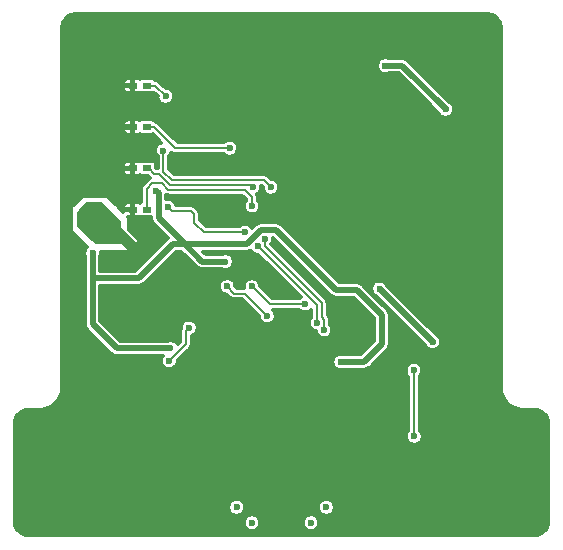
<source format=gbr>
G04 #@! TF.FileFunction,Copper,L1,Top,Signal*
%FSLAX46Y46*%
G04 Gerber Fmt 4.6, Leading zero omitted, Abs format (unit mm)*
G04 Created by KiCad (PCBNEW 4.0.7-e2-6376~58~ubuntu14.04.1) date Wed Aug  8 12:01:23 2018*
%MOMM*%
%LPD*%
G01*
G04 APERTURE LIST*
%ADD10C,0.100000*%
%ADD11R,0.800000X0.500000*%
%ADD12C,0.600000*%
%ADD13C,0.200000*%
%ADD14C,0.500000*%
%ADD15C,0.300000*%
G04 APERTURE END LIST*
D10*
D11*
X117899964Y-61500000D03*
X119099964Y-61500000D03*
X117899964Y-65000000D03*
X119099964Y-65000000D03*
X117899964Y-68500000D03*
X119099964Y-68500000D03*
X117899964Y-72000000D03*
X119099964Y-72000000D03*
D12*
X139600000Y-97500000D03*
X126199964Y-91300000D03*
X113199964Y-97700000D03*
X121199964Y-97600000D03*
X119599964Y-90800000D03*
X113799964Y-91500000D03*
X134299964Y-91200000D03*
X136299964Y-97700000D03*
X149599964Y-97700000D03*
X116599964Y-85700000D03*
X127299964Y-66800000D03*
X125099964Y-67600000D03*
X121999964Y-67500000D03*
X124299964Y-64000000D03*
X129299964Y-88300000D03*
X129199964Y-82500000D03*
X133099964Y-74700000D03*
X131899964Y-74000000D03*
X132199964Y-70300000D03*
X136499964Y-70200000D03*
X134699964Y-69800000D03*
X134399964Y-66300000D03*
X133899964Y-62700000D03*
X136599964Y-61000000D03*
X135199964Y-61800000D03*
X113899964Y-72100000D03*
X136599964Y-66800000D03*
X127099964Y-86100000D03*
X128999964Y-87000000D03*
X148899964Y-85100000D03*
X146899964Y-71600000D03*
X140499964Y-74800000D03*
X139799964Y-68000000D03*
X143199964Y-60000000D03*
X123399964Y-83500000D03*
X113699964Y-79600000D03*
X143699964Y-89500000D03*
X132299964Y-88300000D03*
X127099964Y-59600000D03*
X112399964Y-67300000D03*
X130199964Y-84700000D03*
X134499964Y-88400000D03*
X150499964Y-90800000D03*
X147099964Y-95600000D03*
X142499964Y-97800000D03*
X136699964Y-90700000D03*
X127299964Y-81700000D03*
X130699964Y-78900000D03*
X120499964Y-74454416D03*
X116299964Y-68400000D03*
X115499964Y-80900000D03*
X126899964Y-78500000D03*
X120499964Y-77000000D03*
X121772756Y-78272792D03*
X123045548Y-77000000D03*
X121772756Y-75727208D03*
X119227172Y-75727208D03*
X117954380Y-77000000D03*
X119227172Y-78272792D03*
X120499964Y-79545584D03*
X135499964Y-84900000D03*
X119899964Y-70400000D03*
X120499964Y-67000000D03*
X129599964Y-70100000D03*
X125749964Y-76400000D03*
X114499964Y-75700000D03*
X121099964Y-83750000D03*
X144399964Y-63500000D03*
X139299964Y-59800000D03*
X125899964Y-78500000D03*
X129299964Y-81000000D03*
X120699964Y-62400000D03*
X126099964Y-66800000D03*
X128105894Y-70096442D03*
X127999964Y-71700000D03*
X141739966Y-91200000D03*
X141699964Y-85600000D03*
X134099964Y-82200000D03*
X129099964Y-74500000D03*
X138799964Y-78700000D03*
X143299964Y-83200000D03*
X127999964Y-78500000D03*
X132499964Y-80000000D03*
X127399964Y-73900000D03*
X120899964Y-71800000D03*
X120999964Y-84800000D03*
X122699964Y-82000000D03*
X133499964Y-81600000D03*
X128499964Y-75100000D03*
X133000000Y-98500000D03*
X128000000Y-98500000D03*
X126699964Y-97200000D03*
X134299964Y-97200000D03*
D13*
X139499964Y-97800000D02*
X139499964Y-97600036D01*
X139499964Y-97600036D02*
X139600000Y-97500000D01*
D14*
X119599964Y-90800000D02*
X125699964Y-90800000D01*
X125699964Y-90800000D02*
X126199964Y-91300000D01*
X121199964Y-97600000D02*
X113299964Y-97600000D01*
X113299964Y-97600000D02*
X113199964Y-97700000D01*
X119599964Y-90800000D02*
X119599964Y-96000000D01*
X119599964Y-96000000D02*
X121199964Y-97600000D01*
X113799964Y-91500000D02*
X118899964Y-91500000D01*
X118899964Y-91500000D02*
X119599964Y-90800000D01*
X136699964Y-90700000D02*
X134799964Y-90700000D01*
X134799964Y-90700000D02*
X134299964Y-91200000D01*
D13*
X139499964Y-97800000D02*
X136399964Y-97800000D01*
X136399964Y-97800000D02*
X136299964Y-97700000D01*
X147099964Y-95600000D02*
X149199964Y-97700000D01*
X149199964Y-97700000D02*
X149599964Y-97700000D01*
X125524228Y-67600000D02*
X126499964Y-67600000D01*
X126499964Y-67600000D02*
X127299964Y-66800000D01*
X125099964Y-67600000D02*
X125524228Y-67600000D01*
X121999964Y-67500000D02*
X124999964Y-67500000D01*
X124999964Y-67500000D02*
X125099964Y-67600000D01*
X117899964Y-64100000D02*
X117999964Y-64000000D01*
X117999964Y-64000000D02*
X124299964Y-64000000D01*
X117899964Y-65000000D02*
X117899964Y-64100000D01*
X128999964Y-87000000D02*
X128999964Y-88000000D01*
X128999964Y-88000000D02*
X129299964Y-88300000D01*
X131899964Y-74000000D02*
X132399964Y-74000000D01*
X132399964Y-74000000D02*
X133099964Y-74700000D01*
X134699964Y-69800000D02*
X134699964Y-71200000D01*
X134699964Y-71200000D02*
X131899964Y-74000000D01*
X134699964Y-69800000D02*
X132699964Y-69800000D01*
X132699964Y-69800000D02*
X132199964Y-70300000D01*
X134699964Y-69800000D02*
X136099964Y-69800000D01*
X136099964Y-69800000D02*
X136499964Y-70200000D01*
X136599964Y-66800000D02*
X136599964Y-67900000D01*
X136599964Y-67900000D02*
X134699964Y-69800000D01*
X136599964Y-66800000D02*
X134899964Y-66800000D01*
X134899964Y-66800000D02*
X134399964Y-66300000D01*
X135199964Y-61800000D02*
X134799964Y-61800000D01*
X134799964Y-61800000D02*
X133899964Y-62700000D01*
X135199964Y-61800000D02*
X135799964Y-61800000D01*
X135799964Y-61800000D02*
X136599964Y-61000000D01*
X136599964Y-66800000D02*
X136599964Y-63200000D01*
X136599964Y-63200000D02*
X135199964Y-61800000D01*
X139799964Y-68000000D02*
X137799964Y-68000000D01*
X137799964Y-68000000D02*
X136599964Y-66800000D01*
D14*
X135099964Y-78800000D02*
X129999964Y-73700000D01*
X138999964Y-80900000D02*
X136899964Y-78800000D01*
X136899964Y-78800000D02*
X135099964Y-78800000D01*
X138999964Y-83400000D02*
X138999964Y-80900000D01*
X137499964Y-84900000D02*
X138999964Y-83400000D01*
X135499964Y-84900000D02*
X137499964Y-84900000D01*
X129999964Y-73700000D02*
X128799964Y-73700000D01*
X128799964Y-73700000D02*
X127599964Y-74900000D01*
X127599964Y-74900000D02*
X122299964Y-74900000D01*
D13*
X120499964Y-68785319D02*
X120499964Y-67000000D01*
X128999964Y-69500000D02*
X121214645Y-69500000D01*
X129599964Y-70100000D02*
X128999964Y-69500000D01*
X121214645Y-69500000D02*
X120499964Y-68785319D01*
D14*
X122299964Y-74900000D02*
X120099964Y-72700000D01*
X120099964Y-72700000D02*
X120099964Y-70600000D01*
X120099964Y-70600000D02*
X119899964Y-70400000D01*
X114499964Y-81700000D02*
X114499964Y-77800000D01*
X114499964Y-77800000D02*
X114499964Y-75700000D01*
X118399964Y-77800000D02*
X114499964Y-77800000D01*
X121299964Y-74900000D02*
X118399964Y-77800000D01*
X122299964Y-74900000D02*
X121299964Y-74900000D01*
X123799964Y-76400000D02*
X122299964Y-74900000D01*
X125749964Y-76400000D02*
X123799964Y-76400000D01*
X121099964Y-83750000D02*
X117699964Y-83750000D01*
X117699964Y-83750000D02*
X116549964Y-83750000D01*
X116549964Y-83750000D02*
X114499964Y-81700000D01*
X144399964Y-63500000D02*
X140699964Y-59800000D01*
X140699964Y-59800000D02*
X139299964Y-59800000D01*
D13*
X126499964Y-79100000D02*
X127399964Y-79100000D01*
X127399964Y-79100000D02*
X128175700Y-79875736D01*
X125899964Y-78500000D02*
X126499964Y-79100000D01*
X129299964Y-81000000D02*
X128175700Y-79875736D01*
X120699964Y-62400000D02*
X119799964Y-61500000D01*
X119799964Y-61500000D02*
X119099964Y-61500000D01*
X119699964Y-65000000D02*
X121499964Y-66800000D01*
X126099964Y-66800000D02*
X121499964Y-66800000D01*
X119099964Y-65000000D02*
X119699964Y-65000000D01*
X127919441Y-69909989D02*
X128105894Y-70096442D01*
X120113087Y-68950000D02*
X121073076Y-69909989D01*
X119249964Y-68500000D02*
X119699964Y-68950000D01*
X119699964Y-68950000D02*
X120113087Y-68950000D01*
X121073076Y-69909989D02*
X127919441Y-69909989D01*
X119099964Y-68500000D02*
X119249964Y-68500000D01*
X127999964Y-71700000D02*
X127999964Y-71275736D01*
X127999964Y-70900000D02*
X127399964Y-70300000D01*
X127999964Y-71275736D02*
X127999964Y-70900000D01*
X119099964Y-70600000D02*
X119099964Y-72000000D01*
X119099964Y-70221419D02*
X119099964Y-70600000D01*
X119556602Y-69764781D02*
X119099964Y-70221419D01*
X120364745Y-69764781D02*
X119556602Y-69764781D01*
X120899964Y-70300000D02*
X120364745Y-69764781D01*
X127399964Y-70300000D02*
X120899964Y-70300000D01*
X141739966Y-91200000D02*
X141739966Y-85640002D01*
X141739966Y-85640002D02*
X141699964Y-85600000D01*
X133899964Y-81100000D02*
X134099964Y-81300000D01*
X134099964Y-81300000D02*
X134099964Y-82200000D01*
X133899964Y-79900000D02*
X133899964Y-81100000D01*
X129099964Y-75100000D02*
X133899964Y-79900000D01*
X129099964Y-74500000D02*
X129099964Y-75100000D01*
D14*
X143299964Y-83200000D02*
X138799964Y-78700000D01*
D13*
X132075700Y-80000000D02*
X129499964Y-80000000D01*
X129499964Y-80000000D02*
X127999964Y-78500000D01*
X132499964Y-80000000D02*
X132075700Y-80000000D01*
X123099964Y-73100000D02*
X123899964Y-73900000D01*
X123899964Y-73900000D02*
X127399964Y-73900000D01*
X123099964Y-72400000D02*
X123099964Y-73100000D01*
X122799963Y-72099999D02*
X123099964Y-72400000D01*
X120899964Y-71800000D02*
X121199963Y-72099999D01*
X121199963Y-72099999D02*
X122799963Y-72099999D01*
X120899964Y-71800000D02*
X120999964Y-71800000D01*
X121399964Y-84400000D02*
X120999964Y-84800000D01*
X122399965Y-83399999D02*
X121399964Y-84400000D01*
X122699964Y-82000000D02*
X122399965Y-82299999D01*
X122399965Y-82299999D02*
X122399965Y-83399999D01*
X132899964Y-79500000D02*
X133499964Y-80100000D01*
X133499964Y-80100000D02*
X133499964Y-81600000D01*
X128499964Y-75100000D02*
X132899964Y-79500000D01*
D15*
G36*
X148203487Y-55472113D02*
X148399270Y-55531223D01*
X148579829Y-55627229D01*
X148738308Y-55756481D01*
X148868665Y-55914056D01*
X148965931Y-56093945D01*
X149026404Y-56289299D01*
X149049964Y-56513464D01*
X149049964Y-87000000D01*
X149049972Y-87000084D01*
X149049967Y-87001590D01*
X149050004Y-87012062D01*
X149051990Y-87031609D01*
X149051853Y-87051256D01*
X149052466Y-87057509D01*
X149083066Y-87348654D01*
X149091279Y-87388664D01*
X149098910Y-87428671D01*
X149100724Y-87434678D01*
X149100725Y-87434685D01*
X149100726Y-87434687D01*
X149187294Y-87714341D01*
X149203095Y-87751930D01*
X149218378Y-87789757D01*
X149221328Y-87795305D01*
X149360567Y-88052821D01*
X149383396Y-88086666D01*
X149405706Y-88120760D01*
X149409677Y-88125630D01*
X149596282Y-88351197D01*
X149625242Y-88379956D01*
X149653758Y-88409076D01*
X149658594Y-88413076D01*
X149658599Y-88413081D01*
X149658601Y-88413082D01*
X149885464Y-88598107D01*
X149919443Y-88620683D01*
X149953088Y-88643720D01*
X149958610Y-88646705D01*
X149958614Y-88646708D01*
X149958618Y-88646710D01*
X150217096Y-88784145D01*
X150254818Y-88799693D01*
X150292291Y-88815755D01*
X150298293Y-88817613D01*
X150578547Y-88902227D01*
X150618581Y-88910154D01*
X150658451Y-88918628D01*
X150664698Y-88919285D01*
X150664700Y-88919285D01*
X150956052Y-88947852D01*
X150974924Y-88947852D01*
X150993681Y-88949956D01*
X150999964Y-88950000D01*
X151977959Y-88950000D01*
X152203487Y-88972113D01*
X152399270Y-89031223D01*
X152579829Y-89127229D01*
X152738308Y-89256481D01*
X152868665Y-89414056D01*
X152965931Y-89593945D01*
X153026404Y-89789299D01*
X153049964Y-90013464D01*
X153049964Y-98477995D01*
X153027851Y-98703523D01*
X152968741Y-98899304D01*
X152872736Y-99079863D01*
X152743481Y-99238346D01*
X152585908Y-99368701D01*
X152406019Y-99465967D01*
X152210663Y-99526440D01*
X151986500Y-99550000D01*
X109021969Y-99550000D01*
X108796441Y-99527887D01*
X108600660Y-99468777D01*
X108420101Y-99372772D01*
X108261618Y-99243517D01*
X108131263Y-99085944D01*
X108033997Y-98906055D01*
X107973524Y-98710699D01*
X107957566Y-98558858D01*
X127299080Y-98558858D01*
X127323861Y-98693880D01*
X127374396Y-98821517D01*
X127448760Y-98936907D01*
X127544121Y-99035656D01*
X127656846Y-99114002D01*
X127782641Y-99168961D01*
X127916716Y-99198439D01*
X128053963Y-99201314D01*
X128189155Y-99177476D01*
X128317141Y-99127833D01*
X128433048Y-99054277D01*
X128532460Y-98959608D01*
X128611591Y-98847432D01*
X128667427Y-98722023D01*
X128697841Y-98588158D01*
X128698250Y-98558858D01*
X132299080Y-98558858D01*
X132323861Y-98693880D01*
X132374396Y-98821517D01*
X132448760Y-98936907D01*
X132544121Y-99035656D01*
X132656846Y-99114002D01*
X132782641Y-99168961D01*
X132916716Y-99198439D01*
X133053963Y-99201314D01*
X133189155Y-99177476D01*
X133317141Y-99127833D01*
X133433048Y-99054277D01*
X133532460Y-98959608D01*
X133611591Y-98847432D01*
X133667427Y-98722023D01*
X133697841Y-98588158D01*
X133700030Y-98431361D01*
X133673366Y-98296699D01*
X133621054Y-98169780D01*
X133545086Y-98055439D01*
X133448356Y-97958031D01*
X133334548Y-97881267D01*
X133207997Y-97828070D01*
X133073524Y-97800466D01*
X132936250Y-97799508D01*
X132801405Y-97825231D01*
X132674124Y-97876656D01*
X132559255Y-97951824D01*
X132461174Y-98047872D01*
X132383617Y-98161141D01*
X132329538Y-98287317D01*
X132300997Y-98421594D01*
X132299080Y-98558858D01*
X128698250Y-98558858D01*
X128700030Y-98431361D01*
X128673366Y-98296699D01*
X128621054Y-98169780D01*
X128545086Y-98055439D01*
X128448356Y-97958031D01*
X128334548Y-97881267D01*
X128207997Y-97828070D01*
X128073524Y-97800466D01*
X127936250Y-97799508D01*
X127801405Y-97825231D01*
X127674124Y-97876656D01*
X127559255Y-97951824D01*
X127461174Y-98047872D01*
X127383617Y-98161141D01*
X127329538Y-98287317D01*
X127300997Y-98421594D01*
X127299080Y-98558858D01*
X107957566Y-98558858D01*
X107949964Y-98486536D01*
X107949964Y-97258858D01*
X125999044Y-97258858D01*
X126023825Y-97393880D01*
X126074360Y-97521517D01*
X126148724Y-97636907D01*
X126244085Y-97735656D01*
X126356810Y-97814002D01*
X126482605Y-97868961D01*
X126616680Y-97898439D01*
X126753927Y-97901314D01*
X126889119Y-97877476D01*
X127017105Y-97827833D01*
X127133012Y-97754277D01*
X127232424Y-97659608D01*
X127311555Y-97547432D01*
X127367391Y-97422023D01*
X127397805Y-97288158D01*
X127398214Y-97258858D01*
X133599044Y-97258858D01*
X133623825Y-97393880D01*
X133674360Y-97521517D01*
X133748724Y-97636907D01*
X133844085Y-97735656D01*
X133956810Y-97814002D01*
X134082605Y-97868961D01*
X134216680Y-97898439D01*
X134353927Y-97901314D01*
X134489119Y-97877476D01*
X134617105Y-97827833D01*
X134733012Y-97754277D01*
X134832424Y-97659608D01*
X134911555Y-97547432D01*
X134967391Y-97422023D01*
X134997805Y-97288158D01*
X134999994Y-97131361D01*
X134973330Y-96996699D01*
X134921018Y-96869780D01*
X134845050Y-96755439D01*
X134748320Y-96658031D01*
X134634512Y-96581267D01*
X134507961Y-96528070D01*
X134373488Y-96500466D01*
X134236214Y-96499508D01*
X134101369Y-96525231D01*
X133974088Y-96576656D01*
X133859219Y-96651824D01*
X133761138Y-96747872D01*
X133683581Y-96861141D01*
X133629502Y-96987317D01*
X133600961Y-97121594D01*
X133599044Y-97258858D01*
X127398214Y-97258858D01*
X127399994Y-97131361D01*
X127373330Y-96996699D01*
X127321018Y-96869780D01*
X127245050Y-96755439D01*
X127148320Y-96658031D01*
X127034512Y-96581267D01*
X126907961Y-96528070D01*
X126773488Y-96500466D01*
X126636214Y-96499508D01*
X126501369Y-96525231D01*
X126374088Y-96576656D01*
X126259219Y-96651824D01*
X126161138Y-96747872D01*
X126083581Y-96861141D01*
X126029502Y-96987317D01*
X126000961Y-97121594D01*
X125999044Y-97258858D01*
X107949964Y-97258858D01*
X107949964Y-90022005D01*
X107972077Y-89796477D01*
X108031187Y-89600694D01*
X108127193Y-89420135D01*
X108256445Y-89261656D01*
X108414020Y-89131299D01*
X108593909Y-89034033D01*
X108789263Y-88973560D01*
X109013428Y-88950000D01*
X109999964Y-88950000D01*
X110000048Y-88949992D01*
X110001554Y-88949997D01*
X110012026Y-88949960D01*
X110031573Y-88947974D01*
X110051220Y-88948111D01*
X110057473Y-88947498D01*
X110348618Y-88916898D01*
X110388628Y-88908685D01*
X110428635Y-88901054D01*
X110434642Y-88899240D01*
X110434649Y-88899239D01*
X110434655Y-88899236D01*
X110714305Y-88812670D01*
X110751894Y-88796869D01*
X110789721Y-88781586D01*
X110795269Y-88778636D01*
X111052785Y-88639397D01*
X111086630Y-88616568D01*
X111120724Y-88594258D01*
X111125594Y-88590287D01*
X111351161Y-88403682D01*
X111379920Y-88374722D01*
X111409040Y-88346206D01*
X111413040Y-88341370D01*
X111413045Y-88341365D01*
X111413049Y-88341360D01*
X111598071Y-88114500D01*
X111620647Y-88080521D01*
X111643684Y-88046876D01*
X111646669Y-88041354D01*
X111646672Y-88041350D01*
X111646674Y-88041346D01*
X111784109Y-87782868D01*
X111799657Y-87745146D01*
X111815719Y-87707673D01*
X111817577Y-87701671D01*
X111902191Y-87421417D01*
X111910118Y-87381383D01*
X111918592Y-87341513D01*
X111919249Y-87335264D01*
X111947816Y-87043912D01*
X111947816Y-87025040D01*
X111949920Y-87006283D01*
X111949964Y-87000000D01*
X111949964Y-85658858D01*
X140999044Y-85658858D01*
X141023825Y-85793880D01*
X141074360Y-85921517D01*
X141148724Y-86036907D01*
X141239966Y-86131391D01*
X141239966Y-90709851D01*
X141201140Y-90747872D01*
X141123583Y-90861141D01*
X141069504Y-90987317D01*
X141040963Y-91121594D01*
X141039046Y-91258858D01*
X141063827Y-91393880D01*
X141114362Y-91521517D01*
X141188726Y-91636907D01*
X141284087Y-91735656D01*
X141396812Y-91814002D01*
X141522607Y-91868961D01*
X141656682Y-91898439D01*
X141793929Y-91901314D01*
X141929121Y-91877476D01*
X142057107Y-91827833D01*
X142173014Y-91754277D01*
X142272426Y-91659608D01*
X142351557Y-91547432D01*
X142407393Y-91422023D01*
X142437807Y-91288158D01*
X142439996Y-91131361D01*
X142413332Y-90996699D01*
X142361020Y-90869780D01*
X142285052Y-90755439D01*
X142239966Y-90710037D01*
X142239966Y-86048916D01*
X142311555Y-85947432D01*
X142367391Y-85822023D01*
X142397805Y-85688158D01*
X142399994Y-85531361D01*
X142373330Y-85396699D01*
X142321018Y-85269780D01*
X142245050Y-85155439D01*
X142148320Y-85058031D01*
X142034512Y-84981267D01*
X141907961Y-84928070D01*
X141773488Y-84900466D01*
X141636214Y-84899508D01*
X141501369Y-84925231D01*
X141374088Y-84976656D01*
X141259219Y-85051824D01*
X141161138Y-85147872D01*
X141083581Y-85261141D01*
X141029502Y-85387317D01*
X141000961Y-85521594D01*
X140999044Y-85658858D01*
X111949964Y-85658858D01*
X111949964Y-71900000D01*
X112649964Y-71900000D01*
X112649964Y-73700000D01*
X112660989Y-73756444D01*
X112693898Y-73806066D01*
X114049335Y-75161503D01*
X113961138Y-75247872D01*
X113883581Y-75361141D01*
X113829502Y-75487317D01*
X113800961Y-75621594D01*
X113799044Y-75758858D01*
X113823825Y-75893880D01*
X113849964Y-75959900D01*
X113849964Y-81700000D01*
X113855825Y-81759778D01*
X113861056Y-81819568D01*
X113862009Y-81822850D01*
X113862343Y-81826252D01*
X113879698Y-81883735D01*
X113896448Y-81941389D01*
X113898021Y-81944424D01*
X113899009Y-81947696D01*
X113927208Y-82000731D01*
X113954828Y-82054015D01*
X113956959Y-82056684D01*
X113958565Y-82059705D01*
X113996512Y-82106232D01*
X114033972Y-82153158D01*
X114038662Y-82157913D01*
X114038743Y-82158012D01*
X114038835Y-82158088D01*
X114040345Y-82159619D01*
X116090345Y-84209620D01*
X116136740Y-84247729D01*
X116182735Y-84286324D01*
X116185732Y-84287972D01*
X116188372Y-84290140D01*
X116241288Y-84318514D01*
X116293902Y-84347438D01*
X116297158Y-84348471D01*
X116300172Y-84350087D01*
X116357628Y-84367653D01*
X116414821Y-84385796D01*
X116418215Y-84386177D01*
X116421487Y-84387177D01*
X116481235Y-84393246D01*
X116540889Y-84399937D01*
X116547571Y-84399983D01*
X116547695Y-84399996D01*
X116547811Y-84399985D01*
X116549964Y-84400000D01*
X120425445Y-84400000D01*
X120383581Y-84461141D01*
X120329502Y-84587317D01*
X120300961Y-84721594D01*
X120299044Y-84858858D01*
X120323825Y-84993880D01*
X120374360Y-85121517D01*
X120448724Y-85236907D01*
X120544085Y-85335656D01*
X120656810Y-85414002D01*
X120782605Y-85468961D01*
X120916680Y-85498439D01*
X121053927Y-85501314D01*
X121189119Y-85477476D01*
X121317105Y-85427833D01*
X121433012Y-85354277D01*
X121532424Y-85259608D01*
X121611555Y-85147432D01*
X121667391Y-85022023D01*
X121697805Y-84888158D01*
X121698922Y-84808149D01*
X121753517Y-84753554D01*
X121753522Y-84753548D01*
X122753518Y-83753552D01*
X122782797Y-83717907D01*
X122812522Y-83682483D01*
X122813790Y-83680176D01*
X122815457Y-83678147D01*
X122837264Y-83637478D01*
X122859533Y-83596970D01*
X122860328Y-83594463D01*
X122861570Y-83592147D01*
X122875072Y-83547984D01*
X122889039Y-83503955D01*
X122889332Y-83501344D01*
X122890101Y-83498828D01*
X122894771Y-83452852D01*
X122899916Y-83406980D01*
X122899952Y-83401842D01*
X122899962Y-83401744D01*
X122899953Y-83401653D01*
X122899965Y-83399999D01*
X122899965Y-82673269D01*
X123017105Y-82627833D01*
X123133012Y-82554277D01*
X123232424Y-82459608D01*
X123311555Y-82347432D01*
X123367391Y-82222023D01*
X123397805Y-82088158D01*
X123399994Y-81931361D01*
X123373330Y-81796699D01*
X123321018Y-81669780D01*
X123245050Y-81555439D01*
X123148320Y-81458031D01*
X123034512Y-81381267D01*
X122907961Y-81328070D01*
X122773488Y-81300466D01*
X122636214Y-81299508D01*
X122501369Y-81325231D01*
X122374088Y-81376656D01*
X122259219Y-81451824D01*
X122161138Y-81547872D01*
X122083581Y-81661141D01*
X122029502Y-81787317D01*
X122000961Y-81921594D01*
X121999828Y-82002713D01*
X121987408Y-82017515D01*
X121986140Y-82019822D01*
X121984473Y-82021851D01*
X121962666Y-82062520D01*
X121940397Y-82103028D01*
X121939602Y-82105535D01*
X121938360Y-82107851D01*
X121924858Y-82152014D01*
X121910891Y-82196043D01*
X121910598Y-82198654D01*
X121909829Y-82201170D01*
X121905159Y-82247146D01*
X121900014Y-82293018D01*
X121899978Y-82298156D01*
X121899968Y-82298254D01*
X121899977Y-82298345D01*
X121899965Y-82299999D01*
X121899965Y-83192893D01*
X121701881Y-83390977D01*
X121645050Y-83305439D01*
X121548320Y-83208031D01*
X121434512Y-83131267D01*
X121307961Y-83078070D01*
X121173488Y-83050466D01*
X121036214Y-83049508D01*
X120901369Y-83075231D01*
X120840064Y-83100000D01*
X116819203Y-83100000D01*
X115149964Y-81430762D01*
X115149964Y-78450000D01*
X118399964Y-78450000D01*
X118459742Y-78444139D01*
X118519532Y-78438908D01*
X118522814Y-78437955D01*
X118526216Y-78437621D01*
X118583699Y-78420266D01*
X118641353Y-78403516D01*
X118644388Y-78401943D01*
X118647660Y-78400955D01*
X118700695Y-78372756D01*
X118753979Y-78345136D01*
X118756648Y-78343005D01*
X118759669Y-78341399D01*
X118806196Y-78303452D01*
X118853122Y-78265992D01*
X118857877Y-78261302D01*
X118857976Y-78261221D01*
X118858052Y-78261129D01*
X118859583Y-78259619D01*
X121569203Y-75550000D01*
X122030726Y-75550000D01*
X123340344Y-76859619D01*
X123386756Y-76897743D01*
X123432735Y-76936324D01*
X123435729Y-76937970D01*
X123438371Y-76940140D01*
X123491309Y-76968525D01*
X123543902Y-76997438D01*
X123547158Y-76998471D01*
X123550172Y-77000087D01*
X123607628Y-77017653D01*
X123664821Y-77035796D01*
X123668215Y-77036177D01*
X123671487Y-77037177D01*
X123731235Y-77043246D01*
X123790889Y-77049937D01*
X123797571Y-77049983D01*
X123797695Y-77049996D01*
X123797811Y-77049985D01*
X123799964Y-77050000D01*
X125489205Y-77050000D01*
X125532605Y-77068961D01*
X125666680Y-77098439D01*
X125803927Y-77101314D01*
X125939119Y-77077476D01*
X126067105Y-77027833D01*
X126183012Y-76954277D01*
X126282424Y-76859608D01*
X126361555Y-76747432D01*
X126417391Y-76622023D01*
X126447805Y-76488158D01*
X126449994Y-76331361D01*
X126423330Y-76196699D01*
X126371018Y-76069780D01*
X126295050Y-75955439D01*
X126198320Y-75858031D01*
X126084512Y-75781267D01*
X125957961Y-75728070D01*
X125823488Y-75700466D01*
X125686214Y-75699508D01*
X125551369Y-75725231D01*
X125490064Y-75750000D01*
X124069203Y-75750000D01*
X123869203Y-75550000D01*
X127599964Y-75550000D01*
X127659742Y-75544139D01*
X127719532Y-75538908D01*
X127722814Y-75537955D01*
X127726216Y-75537621D01*
X127783699Y-75520266D01*
X127841353Y-75503516D01*
X127844388Y-75501943D01*
X127847660Y-75500955D01*
X127900695Y-75472756D01*
X127905707Y-75470158D01*
X127948724Y-75536907D01*
X128044085Y-75635656D01*
X128156810Y-75714002D01*
X128282605Y-75768961D01*
X128416680Y-75798439D01*
X128492893Y-75800035D01*
X132110877Y-79418020D01*
X132059219Y-79451824D01*
X132010023Y-79500000D01*
X129707071Y-79500000D01*
X128699146Y-78492076D01*
X128699994Y-78431361D01*
X128673330Y-78296699D01*
X128621018Y-78169780D01*
X128545050Y-78055439D01*
X128448320Y-77958031D01*
X128334512Y-77881267D01*
X128207961Y-77828070D01*
X128073488Y-77800466D01*
X127936214Y-77799508D01*
X127801369Y-77825231D01*
X127674088Y-77876656D01*
X127559219Y-77951824D01*
X127461138Y-78047872D01*
X127383581Y-78161141D01*
X127329502Y-78287317D01*
X127300961Y-78421594D01*
X127299044Y-78558858D01*
X127306595Y-78600000D01*
X126707070Y-78600000D01*
X126599146Y-78492076D01*
X126599994Y-78431361D01*
X126573330Y-78296699D01*
X126521018Y-78169780D01*
X126445050Y-78055439D01*
X126348320Y-77958031D01*
X126234512Y-77881267D01*
X126107961Y-77828070D01*
X125973488Y-77800466D01*
X125836214Y-77799508D01*
X125701369Y-77825231D01*
X125574088Y-77876656D01*
X125459219Y-77951824D01*
X125361138Y-78047872D01*
X125283581Y-78161141D01*
X125229502Y-78287317D01*
X125200961Y-78421594D01*
X125199044Y-78558858D01*
X125223825Y-78693880D01*
X125274360Y-78821517D01*
X125348724Y-78936907D01*
X125444085Y-79035656D01*
X125556810Y-79114002D01*
X125682605Y-79168961D01*
X125816680Y-79198439D01*
X125892893Y-79200035D01*
X126146411Y-79453553D01*
X126182056Y-79482832D01*
X126217480Y-79512557D01*
X126219787Y-79513825D01*
X126221816Y-79515492D01*
X126262485Y-79537299D01*
X126302993Y-79559568D01*
X126305500Y-79560363D01*
X126307816Y-79561605D01*
X126351979Y-79575107D01*
X126396008Y-79589074D01*
X126398619Y-79589367D01*
X126401135Y-79590136D01*
X126447111Y-79594806D01*
X126492983Y-79599951D01*
X126498121Y-79599987D01*
X126498219Y-79599997D01*
X126498310Y-79599988D01*
X126499964Y-79600000D01*
X127192858Y-79600000D01*
X127822146Y-80229289D01*
X127822152Y-80229294D01*
X128599769Y-81006912D01*
X128599044Y-81058858D01*
X128623825Y-81193880D01*
X128674360Y-81321517D01*
X128748724Y-81436907D01*
X128844085Y-81535656D01*
X128956810Y-81614002D01*
X129082605Y-81668961D01*
X129216680Y-81698439D01*
X129353927Y-81701314D01*
X129489119Y-81677476D01*
X129617105Y-81627833D01*
X129733012Y-81554277D01*
X129832424Y-81459608D01*
X129911555Y-81347432D01*
X129967391Y-81222023D01*
X129997805Y-81088158D01*
X129999994Y-80931361D01*
X129973330Y-80796699D01*
X129921018Y-80669780D01*
X129845050Y-80555439D01*
X129789997Y-80500000D01*
X132009652Y-80500000D01*
X132044085Y-80535656D01*
X132156810Y-80614002D01*
X132282605Y-80668961D01*
X132416680Y-80698439D01*
X132553927Y-80701314D01*
X132689119Y-80677476D01*
X132817105Y-80627833D01*
X132933012Y-80554277D01*
X132999964Y-80490519D01*
X132999964Y-81109851D01*
X132961138Y-81147872D01*
X132883581Y-81261141D01*
X132829502Y-81387317D01*
X132800961Y-81521594D01*
X132799044Y-81658858D01*
X132823825Y-81793880D01*
X132874360Y-81921517D01*
X132948724Y-82036907D01*
X133044085Y-82135656D01*
X133156810Y-82214002D01*
X133282605Y-82268961D01*
X133405872Y-82296063D01*
X133423825Y-82393880D01*
X133474360Y-82521517D01*
X133548724Y-82636907D01*
X133644085Y-82735656D01*
X133756810Y-82814002D01*
X133882605Y-82868961D01*
X134016680Y-82898439D01*
X134153927Y-82901314D01*
X134289119Y-82877476D01*
X134417105Y-82827833D01*
X134533012Y-82754277D01*
X134632424Y-82659608D01*
X134711555Y-82547432D01*
X134767391Y-82422023D01*
X134797805Y-82288158D01*
X134799994Y-82131361D01*
X134773330Y-81996699D01*
X134721018Y-81869780D01*
X134645050Y-81755439D01*
X134599964Y-81710037D01*
X134599964Y-81300000D01*
X134595459Y-81254048D01*
X134591432Y-81208025D01*
X134590699Y-81205501D01*
X134590442Y-81202883D01*
X134577091Y-81158665D01*
X134564207Y-81114316D01*
X134562997Y-81111981D01*
X134562237Y-81109465D01*
X134540559Y-81068694D01*
X134519300Y-81027681D01*
X134517660Y-81025626D01*
X134516425Y-81023304D01*
X134487218Y-80987494D01*
X134458419Y-80951418D01*
X134454808Y-80947756D01*
X134454749Y-80947683D01*
X134454682Y-80947627D01*
X134453518Y-80946447D01*
X134399964Y-80892893D01*
X134399964Y-79900000D01*
X134395459Y-79854056D01*
X134391432Y-79808024D01*
X134390699Y-79805499D01*
X134390442Y-79802883D01*
X134377095Y-79758677D01*
X134364207Y-79714316D01*
X134362997Y-79711981D01*
X134362237Y-79709465D01*
X134340549Y-79668675D01*
X134319299Y-79627680D01*
X134317660Y-79625627D01*
X134316425Y-79623304D01*
X134287234Y-79587512D01*
X134258419Y-79551417D01*
X134254811Y-79547759D01*
X134254749Y-79547683D01*
X134254679Y-79547625D01*
X134253517Y-79546447D01*
X129646593Y-74939523D01*
X129711555Y-74847432D01*
X129767391Y-74722023D01*
X129797805Y-74588158D01*
X129799994Y-74431361D01*
X129797008Y-74416282D01*
X134640344Y-79259619D01*
X134686756Y-79297743D01*
X134732735Y-79336324D01*
X134735729Y-79337970D01*
X134738371Y-79340140D01*
X134791309Y-79368525D01*
X134843902Y-79397438D01*
X134847158Y-79398471D01*
X134850172Y-79400087D01*
X134907628Y-79417653D01*
X134964821Y-79435796D01*
X134968215Y-79436177D01*
X134971487Y-79437177D01*
X135031235Y-79443246D01*
X135090889Y-79449937D01*
X135097571Y-79449983D01*
X135097695Y-79449996D01*
X135097811Y-79449985D01*
X135099964Y-79450000D01*
X136630726Y-79450000D01*
X138349964Y-81169239D01*
X138349964Y-83130761D01*
X137230726Y-84250000D01*
X135760131Y-84250000D01*
X135707961Y-84228070D01*
X135573488Y-84200466D01*
X135436214Y-84199508D01*
X135301369Y-84225231D01*
X135174088Y-84276656D01*
X135059219Y-84351824D01*
X134961138Y-84447872D01*
X134883581Y-84561141D01*
X134829502Y-84687317D01*
X134800961Y-84821594D01*
X134799044Y-84958858D01*
X134823825Y-85093880D01*
X134874360Y-85221517D01*
X134948724Y-85336907D01*
X135044085Y-85435656D01*
X135156810Y-85514002D01*
X135282605Y-85568961D01*
X135416680Y-85598439D01*
X135553927Y-85601314D01*
X135689119Y-85577476D01*
X135759956Y-85550000D01*
X137499964Y-85550000D01*
X137559742Y-85544139D01*
X137619532Y-85538908D01*
X137622814Y-85537955D01*
X137626216Y-85537621D01*
X137683699Y-85520266D01*
X137741353Y-85503516D01*
X137744388Y-85501943D01*
X137747660Y-85500955D01*
X137800695Y-85472756D01*
X137853979Y-85445136D01*
X137856648Y-85443005D01*
X137859669Y-85441399D01*
X137906196Y-85403452D01*
X137953122Y-85365992D01*
X137957877Y-85361302D01*
X137957976Y-85361221D01*
X137958052Y-85361129D01*
X137959583Y-85359619D01*
X139459583Y-83859620D01*
X139497707Y-83813208D01*
X139536288Y-83767229D01*
X139537934Y-83764235D01*
X139540104Y-83761593D01*
X139568489Y-83708655D01*
X139597402Y-83656062D01*
X139598435Y-83652806D01*
X139600051Y-83649792D01*
X139617617Y-83592336D01*
X139635760Y-83535143D01*
X139636141Y-83531749D01*
X139637141Y-83528477D01*
X139643210Y-83468729D01*
X139649901Y-83409075D01*
X139649947Y-83402393D01*
X139649960Y-83402269D01*
X139649949Y-83402153D01*
X139649964Y-83400000D01*
X139649964Y-80900000D01*
X139644104Y-80840230D01*
X139638872Y-80780431D01*
X139637918Y-80777149D01*
X139637585Y-80773748D01*
X139620224Y-80716244D01*
X139603479Y-80658610D01*
X139601908Y-80655579D01*
X139600919Y-80652304D01*
X139572711Y-80599252D01*
X139545100Y-80545985D01*
X139542969Y-80543316D01*
X139541363Y-80540295D01*
X139503416Y-80493768D01*
X139465956Y-80446842D01*
X139461262Y-80442083D01*
X139461185Y-80441988D01*
X139461097Y-80441915D01*
X139459583Y-80440380D01*
X137778061Y-78758858D01*
X138099044Y-78758858D01*
X138123825Y-78893880D01*
X138174360Y-79021517D01*
X138248724Y-79136907D01*
X138344085Y-79235656D01*
X138456810Y-79314002D01*
X138524147Y-79343421D01*
X142656085Y-83475359D01*
X142674360Y-83521517D01*
X142748724Y-83636907D01*
X142844085Y-83735656D01*
X142956810Y-83814002D01*
X143082605Y-83868961D01*
X143216680Y-83898439D01*
X143353927Y-83901314D01*
X143489119Y-83877476D01*
X143617105Y-83827833D01*
X143733012Y-83754277D01*
X143832424Y-83659608D01*
X143911555Y-83547432D01*
X143967391Y-83422023D01*
X143997805Y-83288158D01*
X143999994Y-83131361D01*
X143973330Y-82996699D01*
X143921018Y-82869780D01*
X143845050Y-82755439D01*
X143748320Y-82658031D01*
X143634512Y-82581267D01*
X143575781Y-82556579D01*
X139443481Y-78424279D01*
X139421018Y-78369780D01*
X139345050Y-78255439D01*
X139248320Y-78158031D01*
X139134512Y-78081267D01*
X139007961Y-78028070D01*
X138873488Y-78000466D01*
X138736214Y-77999508D01*
X138601369Y-78025231D01*
X138474088Y-78076656D01*
X138359219Y-78151824D01*
X138261138Y-78247872D01*
X138183581Y-78361141D01*
X138129502Y-78487317D01*
X138100961Y-78621594D01*
X138099044Y-78758858D01*
X137778061Y-78758858D01*
X137359583Y-78340381D01*
X137313218Y-78302296D01*
X137267193Y-78263676D01*
X137264195Y-78262028D01*
X137261556Y-78259860D01*
X137208640Y-78231486D01*
X137156026Y-78202562D01*
X137152770Y-78201529D01*
X137149756Y-78199913D01*
X137092300Y-78182347D01*
X137035107Y-78164204D01*
X137031713Y-78163823D01*
X137028441Y-78162823D01*
X136968693Y-78156754D01*
X136909039Y-78150063D01*
X136902357Y-78150017D01*
X136902233Y-78150004D01*
X136902117Y-78150015D01*
X136899964Y-78150000D01*
X135369203Y-78150000D01*
X130459583Y-73240381D01*
X130413218Y-73202296D01*
X130367193Y-73163676D01*
X130364195Y-73162028D01*
X130361556Y-73159860D01*
X130308640Y-73131486D01*
X130256026Y-73102562D01*
X130252770Y-73101529D01*
X130249756Y-73099913D01*
X130192300Y-73082347D01*
X130135107Y-73064204D01*
X130131713Y-73063823D01*
X130128441Y-73062823D01*
X130068693Y-73056754D01*
X130009039Y-73050063D01*
X130002357Y-73050017D01*
X130002233Y-73050004D01*
X130002117Y-73050015D01*
X129999964Y-73050000D01*
X128799964Y-73050000D01*
X128740190Y-73055861D01*
X128680396Y-73061092D01*
X128677114Y-73062045D01*
X128673712Y-73062379D01*
X128616183Y-73079748D01*
X128558575Y-73096485D01*
X128555545Y-73098056D01*
X128552268Y-73099045D01*
X128499198Y-73127263D01*
X128445949Y-73154864D01*
X128443280Y-73156995D01*
X128440259Y-73158601D01*
X128393732Y-73196548D01*
X128346806Y-73234008D01*
X128342047Y-73238702D01*
X128341952Y-73238779D01*
X128341879Y-73238867D01*
X128340344Y-73240381D01*
X128016997Y-73563728D01*
X127945050Y-73455439D01*
X127848320Y-73358031D01*
X127734512Y-73281267D01*
X127607961Y-73228070D01*
X127473488Y-73200466D01*
X127336214Y-73199508D01*
X127201369Y-73225231D01*
X127074088Y-73276656D01*
X126959219Y-73351824D01*
X126910023Y-73400000D01*
X124107070Y-73400000D01*
X123599964Y-72892894D01*
X123599964Y-72400000D01*
X123595455Y-72354011D01*
X123591432Y-72308024D01*
X123590699Y-72305499D01*
X123590442Y-72302883D01*
X123577095Y-72258677D01*
X123564207Y-72214316D01*
X123562997Y-72211981D01*
X123562237Y-72209465D01*
X123540549Y-72168675D01*
X123519299Y-72127680D01*
X123517660Y-72125627D01*
X123516425Y-72123304D01*
X123487234Y-72087512D01*
X123458419Y-72051417D01*
X123454807Y-72047754D01*
X123454749Y-72047683D01*
X123454683Y-72047628D01*
X123453517Y-72046446D01*
X123153516Y-71746446D01*
X123117871Y-71717167D01*
X123082447Y-71687442D01*
X123080140Y-71686174D01*
X123078111Y-71684507D01*
X123037442Y-71662700D01*
X122996934Y-71640431D01*
X122994427Y-71639636D01*
X122992111Y-71638394D01*
X122947948Y-71624892D01*
X122903919Y-71610925D01*
X122901308Y-71610632D01*
X122898792Y-71609863D01*
X122852816Y-71605193D01*
X122806944Y-71600048D01*
X122801806Y-71600012D01*
X122801708Y-71600002D01*
X122801617Y-71600011D01*
X122799963Y-71599999D01*
X121573983Y-71599999D01*
X121573330Y-71596699D01*
X121521018Y-71469780D01*
X121445050Y-71355439D01*
X121348320Y-71258031D01*
X121234512Y-71181267D01*
X121107961Y-71128070D01*
X120973488Y-71100466D01*
X120836214Y-71099508D01*
X120749964Y-71115961D01*
X120749964Y-70774491D01*
X120751979Y-70775107D01*
X120796008Y-70789074D01*
X120798619Y-70789367D01*
X120801135Y-70790136D01*
X120847111Y-70794806D01*
X120892983Y-70799951D01*
X120898121Y-70799987D01*
X120898219Y-70799997D01*
X120898310Y-70799988D01*
X120899964Y-70800000D01*
X127192858Y-70800000D01*
X127499964Y-71107106D01*
X127499964Y-71209851D01*
X127461138Y-71247872D01*
X127383581Y-71361141D01*
X127329502Y-71487317D01*
X127300961Y-71621594D01*
X127299044Y-71758858D01*
X127323825Y-71893880D01*
X127374360Y-72021517D01*
X127448724Y-72136907D01*
X127544085Y-72235656D01*
X127656810Y-72314002D01*
X127782605Y-72368961D01*
X127916680Y-72398439D01*
X128053927Y-72401314D01*
X128189119Y-72377476D01*
X128317105Y-72327833D01*
X128433012Y-72254277D01*
X128532424Y-72159608D01*
X128611555Y-72047432D01*
X128667391Y-71922023D01*
X128697805Y-71788158D01*
X128699994Y-71631361D01*
X128673330Y-71496699D01*
X128621018Y-71369780D01*
X128545050Y-71255439D01*
X128499964Y-71210037D01*
X128499964Y-70900000D01*
X128495455Y-70854011D01*
X128491432Y-70808024D01*
X128490699Y-70805499D01*
X128490442Y-70802883D01*
X128477095Y-70758677D01*
X128464207Y-70714316D01*
X128462997Y-70711981D01*
X128462237Y-70709465D01*
X128458234Y-70701937D01*
X128538942Y-70650719D01*
X128638354Y-70556050D01*
X128717485Y-70443874D01*
X128773321Y-70318465D01*
X128803735Y-70184600D01*
X128805924Y-70027803D01*
X128802286Y-70009428D01*
X128899769Y-70106911D01*
X128899044Y-70158858D01*
X128923825Y-70293880D01*
X128974360Y-70421517D01*
X129048724Y-70536907D01*
X129144085Y-70635656D01*
X129256810Y-70714002D01*
X129382605Y-70768961D01*
X129516680Y-70798439D01*
X129653927Y-70801314D01*
X129789119Y-70777476D01*
X129917105Y-70727833D01*
X130033012Y-70654277D01*
X130132424Y-70559608D01*
X130211555Y-70447432D01*
X130267391Y-70322023D01*
X130297805Y-70188158D01*
X130299994Y-70031361D01*
X130273330Y-69896699D01*
X130221018Y-69769780D01*
X130145050Y-69655439D01*
X130048320Y-69558031D01*
X129934512Y-69481267D01*
X129807961Y-69428070D01*
X129673488Y-69400466D01*
X129607073Y-69400003D01*
X129353517Y-69146447D01*
X129317872Y-69117168D01*
X129282448Y-69087443D01*
X129280141Y-69086175D01*
X129278112Y-69084508D01*
X129237443Y-69062701D01*
X129196935Y-69040432D01*
X129194428Y-69039637D01*
X129192112Y-69038395D01*
X129147949Y-69024893D01*
X129103920Y-69010926D01*
X129101309Y-69010633D01*
X129098793Y-69009864D01*
X129052817Y-69005194D01*
X129006945Y-69000049D01*
X129001807Y-69000013D01*
X129001709Y-69000003D01*
X129001618Y-69000012D01*
X128999964Y-69000000D01*
X121421752Y-69000000D01*
X120999964Y-68578213D01*
X120999964Y-67490519D01*
X121032424Y-67459608D01*
X121111555Y-67347432D01*
X121167391Y-67222023D01*
X121177201Y-67178845D01*
X121182102Y-67182871D01*
X121217480Y-67212557D01*
X121219784Y-67213823D01*
X121221815Y-67215492D01*
X121262506Y-67237310D01*
X121302993Y-67259568D01*
X121305500Y-67260363D01*
X121307816Y-67261605D01*
X121351979Y-67275107D01*
X121396008Y-67289074D01*
X121398619Y-67289367D01*
X121401135Y-67290136D01*
X121447067Y-67294801D01*
X121492983Y-67299951D01*
X121498132Y-67299987D01*
X121498219Y-67299996D01*
X121498300Y-67299988D01*
X121499964Y-67300000D01*
X125609652Y-67300000D01*
X125644085Y-67335656D01*
X125756810Y-67414002D01*
X125882605Y-67468961D01*
X126016680Y-67498439D01*
X126153927Y-67501314D01*
X126289119Y-67477476D01*
X126417105Y-67427833D01*
X126533012Y-67354277D01*
X126632424Y-67259608D01*
X126711555Y-67147432D01*
X126767391Y-67022023D01*
X126797805Y-66888158D01*
X126799994Y-66731361D01*
X126773330Y-66596699D01*
X126721018Y-66469780D01*
X126645050Y-66355439D01*
X126548320Y-66258031D01*
X126434512Y-66181267D01*
X126307961Y-66128070D01*
X126173488Y-66100466D01*
X126036214Y-66099508D01*
X125901369Y-66125231D01*
X125774088Y-66176656D01*
X125659219Y-66251824D01*
X125610023Y-66300000D01*
X121707071Y-66300000D01*
X120053517Y-64646447D01*
X120017872Y-64617168D01*
X119982448Y-64587443D01*
X119980141Y-64586175D01*
X119978112Y-64584508D01*
X119937443Y-64562701D01*
X119896935Y-64540432D01*
X119894428Y-64539637D01*
X119892112Y-64538395D01*
X119847949Y-64524893D01*
X119822973Y-64516970D01*
X119801129Y-64483821D01*
X119715050Y-64410457D01*
X119611940Y-64363978D01*
X119499964Y-64348065D01*
X118699964Y-64348065D01*
X118636266Y-64353145D01*
X118528226Y-64386602D01*
X118501972Y-64403902D01*
X118489435Y-64395525D01*
X118416640Y-64365372D01*
X118339361Y-64350000D01*
X118049964Y-64350000D01*
X117949964Y-64450000D01*
X117949964Y-64950000D01*
X117969964Y-64950000D01*
X117969964Y-65050000D01*
X117949964Y-65050000D01*
X117949964Y-65550000D01*
X118049964Y-65650000D01*
X118339361Y-65650000D01*
X118416640Y-65634628D01*
X118489435Y-65604475D01*
X118500944Y-65596785D01*
X118587988Y-65636022D01*
X118699964Y-65651935D01*
X119499964Y-65651935D01*
X119563662Y-65646855D01*
X119621731Y-65628873D01*
X120315410Y-66322553D01*
X120301369Y-66325231D01*
X120174088Y-66376656D01*
X120059219Y-66451824D01*
X119961138Y-66547872D01*
X119883581Y-66661141D01*
X119829502Y-66787317D01*
X119800961Y-66921594D01*
X119799044Y-67058858D01*
X119823825Y-67193880D01*
X119874360Y-67321517D01*
X119948724Y-67436907D01*
X119999964Y-67489967D01*
X119999964Y-68450000D01*
X119907070Y-68450000D01*
X119901899Y-68444829D01*
X119901899Y-68250000D01*
X119896819Y-68186302D01*
X119863362Y-68078262D01*
X119801129Y-67983821D01*
X119715050Y-67910457D01*
X119611940Y-67863978D01*
X119499964Y-67848065D01*
X118699964Y-67848065D01*
X118636266Y-67853145D01*
X118528226Y-67886602D01*
X118501972Y-67903902D01*
X118489435Y-67895525D01*
X118416640Y-67865372D01*
X118339361Y-67850000D01*
X118049964Y-67850000D01*
X117949964Y-67950000D01*
X117949964Y-68450000D01*
X117969964Y-68450000D01*
X117969964Y-68550000D01*
X117949964Y-68550000D01*
X117949964Y-69050000D01*
X118049964Y-69150000D01*
X118339361Y-69150000D01*
X118416640Y-69134628D01*
X118489435Y-69104475D01*
X118500944Y-69096785D01*
X118587988Y-69136022D01*
X118699964Y-69151935D01*
X119194793Y-69151935D01*
X119346411Y-69303553D01*
X119353362Y-69309263D01*
X119325296Y-69324186D01*
X119284283Y-69345445D01*
X119282228Y-69347085D01*
X119279906Y-69348320D01*
X119244096Y-69377527D01*
X119208020Y-69406326D01*
X119204358Y-69409937D01*
X119204285Y-69409996D01*
X119204229Y-69410063D01*
X119203049Y-69411227D01*
X118746411Y-69867866D01*
X118717132Y-69903511D01*
X118687407Y-69938935D01*
X118686139Y-69941242D01*
X118684472Y-69943271D01*
X118662665Y-69983940D01*
X118640396Y-70024448D01*
X118639601Y-70026955D01*
X118638359Y-70029271D01*
X118624857Y-70073434D01*
X118610890Y-70117463D01*
X118610597Y-70120074D01*
X118609828Y-70122590D01*
X118605158Y-70168566D01*
X118600013Y-70214438D01*
X118599977Y-70219576D01*
X118599967Y-70219674D01*
X118599976Y-70219765D01*
X118599964Y-70221419D01*
X118599964Y-71364387D01*
X118528226Y-71386602D01*
X118501972Y-71403902D01*
X118489435Y-71395525D01*
X118416640Y-71365372D01*
X118339361Y-71350000D01*
X118049964Y-71350000D01*
X117949964Y-71450000D01*
X117949964Y-71950000D01*
X117969964Y-71950000D01*
X117969964Y-72050000D01*
X117949964Y-72050000D01*
X117949964Y-72550000D01*
X118049964Y-72650000D01*
X118339361Y-72650000D01*
X118416640Y-72634628D01*
X118489435Y-72604475D01*
X118500944Y-72596785D01*
X118587988Y-72636022D01*
X118699964Y-72651935D01*
X119449964Y-72651935D01*
X119449964Y-72700000D01*
X119455825Y-72759778D01*
X119461056Y-72819568D01*
X119462009Y-72822850D01*
X119462343Y-72826252D01*
X119479698Y-72883735D01*
X119496448Y-72941389D01*
X119498021Y-72944424D01*
X119499009Y-72947696D01*
X119527208Y-73000731D01*
X119554828Y-73054015D01*
X119556959Y-73056684D01*
X119558565Y-73059705D01*
X119596512Y-73106232D01*
X119633972Y-73153158D01*
X119638662Y-73157913D01*
X119638743Y-73158012D01*
X119638835Y-73158088D01*
X119640345Y-73159619D01*
X120884580Y-74403854D01*
X120846806Y-74434008D01*
X120842047Y-74438702D01*
X120841952Y-74438779D01*
X120841879Y-74438867D01*
X120840344Y-74440381D01*
X118130726Y-77150000D01*
X115149964Y-77150000D01*
X115149964Y-75961164D01*
X115167391Y-75922023D01*
X115197805Y-75788158D01*
X115199994Y-75631361D01*
X115183884Y-75550000D01*
X117499964Y-75550000D01*
X117552547Y-75540481D01*
X117603059Y-75508956D01*
X117637327Y-75460262D01*
X117649950Y-75402072D01*
X117638939Y-75343556D01*
X117606030Y-75293934D01*
X117106030Y-74793934D01*
X117058322Y-74761818D01*
X116999964Y-74750000D01*
X114762096Y-74750000D01*
X113349964Y-73337868D01*
X113349964Y-72262132D01*
X114062096Y-71550000D01*
X115237832Y-71550000D01*
X116749964Y-73062132D01*
X116749964Y-73500000D01*
X116760989Y-73556444D01*
X116793898Y-73606066D01*
X118093898Y-74906066D01*
X118139702Y-74937363D01*
X118197892Y-74949986D01*
X118256408Y-74938975D01*
X118306030Y-74906066D01*
X118406030Y-74806066D01*
X118437327Y-74760262D01*
X118449950Y-74702072D01*
X118438939Y-74643556D01*
X118406030Y-74593934D01*
X117549964Y-73737868D01*
X117549964Y-72700000D01*
X117540198Y-72650000D01*
X117749964Y-72650000D01*
X117849964Y-72550000D01*
X117849964Y-72050000D01*
X117199964Y-72050000D01*
X117099964Y-72150000D01*
X117099964Y-72187868D01*
X116622700Y-71710604D01*
X117099964Y-71710604D01*
X117099964Y-71850000D01*
X117199964Y-71950000D01*
X117849964Y-71950000D01*
X117849964Y-71450000D01*
X117749964Y-71350000D01*
X117460567Y-71350000D01*
X117383288Y-71365372D01*
X117310493Y-71395525D01*
X117244978Y-71439300D01*
X117189263Y-71495015D01*
X117145488Y-71560529D01*
X117115336Y-71633325D01*
X117099964Y-71710604D01*
X116622700Y-71710604D01*
X115806030Y-70893934D01*
X115758322Y-70861818D01*
X115699964Y-70850000D01*
X113699964Y-70850000D01*
X113643520Y-70861025D01*
X113593898Y-70893934D01*
X112693898Y-71793934D01*
X112661782Y-71841642D01*
X112649964Y-71900000D01*
X111949964Y-71900000D01*
X111949964Y-68650000D01*
X117099964Y-68650000D01*
X117099964Y-68789396D01*
X117115336Y-68866675D01*
X117145488Y-68939471D01*
X117189263Y-69004985D01*
X117244978Y-69060700D01*
X117310493Y-69104475D01*
X117383288Y-69134628D01*
X117460567Y-69150000D01*
X117749964Y-69150000D01*
X117849964Y-69050000D01*
X117849964Y-68550000D01*
X117199964Y-68550000D01*
X117099964Y-68650000D01*
X111949964Y-68650000D01*
X111949964Y-68210604D01*
X117099964Y-68210604D01*
X117099964Y-68350000D01*
X117199964Y-68450000D01*
X117849964Y-68450000D01*
X117849964Y-67950000D01*
X117749964Y-67850000D01*
X117460567Y-67850000D01*
X117383288Y-67865372D01*
X117310493Y-67895525D01*
X117244978Y-67939300D01*
X117189263Y-67995015D01*
X117145488Y-68060529D01*
X117115336Y-68133325D01*
X117099964Y-68210604D01*
X111949964Y-68210604D01*
X111949964Y-65150000D01*
X117099964Y-65150000D01*
X117099964Y-65289396D01*
X117115336Y-65366675D01*
X117145488Y-65439471D01*
X117189263Y-65504985D01*
X117244978Y-65560700D01*
X117310493Y-65604475D01*
X117383288Y-65634628D01*
X117460567Y-65650000D01*
X117749964Y-65650000D01*
X117849964Y-65550000D01*
X117849964Y-65050000D01*
X117199964Y-65050000D01*
X117099964Y-65150000D01*
X111949964Y-65150000D01*
X111949964Y-64710604D01*
X117099964Y-64710604D01*
X117099964Y-64850000D01*
X117199964Y-64950000D01*
X117849964Y-64950000D01*
X117849964Y-64450000D01*
X117749964Y-64350000D01*
X117460567Y-64350000D01*
X117383288Y-64365372D01*
X117310493Y-64395525D01*
X117244978Y-64439300D01*
X117189263Y-64495015D01*
X117145488Y-64560529D01*
X117115336Y-64633325D01*
X117099964Y-64710604D01*
X111949964Y-64710604D01*
X111949964Y-61650000D01*
X117099964Y-61650000D01*
X117099964Y-61789396D01*
X117115336Y-61866675D01*
X117145488Y-61939471D01*
X117189263Y-62004985D01*
X117244978Y-62060700D01*
X117310493Y-62104475D01*
X117383288Y-62134628D01*
X117460567Y-62150000D01*
X117749964Y-62150000D01*
X117849964Y-62050000D01*
X117849964Y-61550000D01*
X117199964Y-61550000D01*
X117099964Y-61650000D01*
X111949964Y-61650000D01*
X111949964Y-61210604D01*
X117099964Y-61210604D01*
X117099964Y-61350000D01*
X117199964Y-61450000D01*
X117849964Y-61450000D01*
X117849964Y-60950000D01*
X117949964Y-60950000D01*
X117949964Y-61450000D01*
X117969964Y-61450000D01*
X117969964Y-61550000D01*
X117949964Y-61550000D01*
X117949964Y-62050000D01*
X118049964Y-62150000D01*
X118339361Y-62150000D01*
X118416640Y-62134628D01*
X118489435Y-62104475D01*
X118500944Y-62096785D01*
X118587988Y-62136022D01*
X118699964Y-62151935D01*
X119499964Y-62151935D01*
X119563662Y-62146855D01*
X119671702Y-62113398D01*
X119692531Y-62099673D01*
X119999769Y-62406912D01*
X119999044Y-62458858D01*
X120023825Y-62593880D01*
X120074360Y-62721517D01*
X120148724Y-62836907D01*
X120244085Y-62935656D01*
X120356810Y-63014002D01*
X120482605Y-63068961D01*
X120616680Y-63098439D01*
X120753927Y-63101314D01*
X120889119Y-63077476D01*
X121017105Y-63027833D01*
X121133012Y-62954277D01*
X121232424Y-62859608D01*
X121311555Y-62747432D01*
X121367391Y-62622023D01*
X121397805Y-62488158D01*
X121399994Y-62331361D01*
X121373330Y-62196699D01*
X121321018Y-62069780D01*
X121245050Y-61955439D01*
X121148320Y-61858031D01*
X121034512Y-61781267D01*
X120907961Y-61728070D01*
X120773488Y-61700466D01*
X120707073Y-61700003D01*
X120153517Y-61146447D01*
X120117872Y-61117168D01*
X120082448Y-61087443D01*
X120080141Y-61086175D01*
X120078112Y-61084508D01*
X120037443Y-61062701D01*
X119996935Y-61040432D01*
X119994428Y-61039637D01*
X119992112Y-61038395D01*
X119947949Y-61024893D01*
X119903920Y-61010926D01*
X119901309Y-61010633D01*
X119898793Y-61009864D01*
X119852817Y-61005194D01*
X119812212Y-61000640D01*
X119801129Y-60983821D01*
X119715050Y-60910457D01*
X119611940Y-60863978D01*
X119499964Y-60848065D01*
X118699964Y-60848065D01*
X118636266Y-60853145D01*
X118528226Y-60886602D01*
X118501972Y-60903902D01*
X118489435Y-60895525D01*
X118416640Y-60865372D01*
X118339361Y-60850000D01*
X118049964Y-60850000D01*
X117949964Y-60950000D01*
X117849964Y-60950000D01*
X117749964Y-60850000D01*
X117460567Y-60850000D01*
X117383288Y-60865372D01*
X117310493Y-60895525D01*
X117244978Y-60939300D01*
X117189263Y-60995015D01*
X117145488Y-61060529D01*
X117115336Y-61133325D01*
X117099964Y-61210604D01*
X111949964Y-61210604D01*
X111949964Y-59858858D01*
X138599044Y-59858858D01*
X138623825Y-59993880D01*
X138674360Y-60121517D01*
X138748724Y-60236907D01*
X138844085Y-60335656D01*
X138956810Y-60414002D01*
X139082605Y-60468961D01*
X139216680Y-60498439D01*
X139353927Y-60501314D01*
X139489119Y-60477476D01*
X139559956Y-60450000D01*
X140430726Y-60450000D01*
X143756085Y-63775360D01*
X143774360Y-63821517D01*
X143848724Y-63936907D01*
X143944085Y-64035656D01*
X144056810Y-64114002D01*
X144182605Y-64168961D01*
X144316680Y-64198439D01*
X144453927Y-64201314D01*
X144589119Y-64177476D01*
X144717105Y-64127833D01*
X144833012Y-64054277D01*
X144932424Y-63959608D01*
X145011555Y-63847432D01*
X145067391Y-63722023D01*
X145097805Y-63588158D01*
X145099994Y-63431361D01*
X145073330Y-63296699D01*
X145021018Y-63169780D01*
X144945050Y-63055439D01*
X144848320Y-62958031D01*
X144734512Y-62881267D01*
X144675782Y-62856579D01*
X141159583Y-59340381D01*
X141113218Y-59302296D01*
X141067193Y-59263676D01*
X141064195Y-59262028D01*
X141061556Y-59259860D01*
X141008640Y-59231486D01*
X140956026Y-59202562D01*
X140952770Y-59201529D01*
X140949756Y-59199913D01*
X140892300Y-59182347D01*
X140835107Y-59164204D01*
X140831713Y-59163823D01*
X140828441Y-59162823D01*
X140768693Y-59156754D01*
X140709039Y-59150063D01*
X140702357Y-59150017D01*
X140702233Y-59150004D01*
X140702117Y-59150015D01*
X140699964Y-59150000D01*
X139560131Y-59150000D01*
X139507961Y-59128070D01*
X139373488Y-59100466D01*
X139236214Y-59099508D01*
X139101369Y-59125231D01*
X138974088Y-59176656D01*
X138859219Y-59251824D01*
X138761138Y-59347872D01*
X138683581Y-59461141D01*
X138629502Y-59587317D01*
X138600961Y-59721594D01*
X138599044Y-59858858D01*
X111949964Y-59858858D01*
X111949964Y-56522005D01*
X111972077Y-56296477D01*
X112031187Y-56100694D01*
X112127193Y-55920135D01*
X112256445Y-55761656D01*
X112414020Y-55631299D01*
X112593909Y-55534033D01*
X112789263Y-55473560D01*
X113013428Y-55450000D01*
X147977959Y-55450000D01*
X148203487Y-55472113D01*
X148203487Y-55472113D01*
G37*
X148203487Y-55472113D02*
X148399270Y-55531223D01*
X148579829Y-55627229D01*
X148738308Y-55756481D01*
X148868665Y-55914056D01*
X148965931Y-56093945D01*
X149026404Y-56289299D01*
X149049964Y-56513464D01*
X149049964Y-87000000D01*
X149049972Y-87000084D01*
X149049967Y-87001590D01*
X149050004Y-87012062D01*
X149051990Y-87031609D01*
X149051853Y-87051256D01*
X149052466Y-87057509D01*
X149083066Y-87348654D01*
X149091279Y-87388664D01*
X149098910Y-87428671D01*
X149100724Y-87434678D01*
X149100725Y-87434685D01*
X149100726Y-87434687D01*
X149187294Y-87714341D01*
X149203095Y-87751930D01*
X149218378Y-87789757D01*
X149221328Y-87795305D01*
X149360567Y-88052821D01*
X149383396Y-88086666D01*
X149405706Y-88120760D01*
X149409677Y-88125630D01*
X149596282Y-88351197D01*
X149625242Y-88379956D01*
X149653758Y-88409076D01*
X149658594Y-88413076D01*
X149658599Y-88413081D01*
X149658601Y-88413082D01*
X149885464Y-88598107D01*
X149919443Y-88620683D01*
X149953088Y-88643720D01*
X149958610Y-88646705D01*
X149958614Y-88646708D01*
X149958618Y-88646710D01*
X150217096Y-88784145D01*
X150254818Y-88799693D01*
X150292291Y-88815755D01*
X150298293Y-88817613D01*
X150578547Y-88902227D01*
X150618581Y-88910154D01*
X150658451Y-88918628D01*
X150664698Y-88919285D01*
X150664700Y-88919285D01*
X150956052Y-88947852D01*
X150974924Y-88947852D01*
X150993681Y-88949956D01*
X150999964Y-88950000D01*
X151977959Y-88950000D01*
X152203487Y-88972113D01*
X152399270Y-89031223D01*
X152579829Y-89127229D01*
X152738308Y-89256481D01*
X152868665Y-89414056D01*
X152965931Y-89593945D01*
X153026404Y-89789299D01*
X153049964Y-90013464D01*
X153049964Y-98477995D01*
X153027851Y-98703523D01*
X152968741Y-98899304D01*
X152872736Y-99079863D01*
X152743481Y-99238346D01*
X152585908Y-99368701D01*
X152406019Y-99465967D01*
X152210663Y-99526440D01*
X151986500Y-99550000D01*
X109021969Y-99550000D01*
X108796441Y-99527887D01*
X108600660Y-99468777D01*
X108420101Y-99372772D01*
X108261618Y-99243517D01*
X108131263Y-99085944D01*
X108033997Y-98906055D01*
X107973524Y-98710699D01*
X107957566Y-98558858D01*
X127299080Y-98558858D01*
X127323861Y-98693880D01*
X127374396Y-98821517D01*
X127448760Y-98936907D01*
X127544121Y-99035656D01*
X127656846Y-99114002D01*
X127782641Y-99168961D01*
X127916716Y-99198439D01*
X128053963Y-99201314D01*
X128189155Y-99177476D01*
X128317141Y-99127833D01*
X128433048Y-99054277D01*
X128532460Y-98959608D01*
X128611591Y-98847432D01*
X128667427Y-98722023D01*
X128697841Y-98588158D01*
X128698250Y-98558858D01*
X132299080Y-98558858D01*
X132323861Y-98693880D01*
X132374396Y-98821517D01*
X132448760Y-98936907D01*
X132544121Y-99035656D01*
X132656846Y-99114002D01*
X132782641Y-99168961D01*
X132916716Y-99198439D01*
X133053963Y-99201314D01*
X133189155Y-99177476D01*
X133317141Y-99127833D01*
X133433048Y-99054277D01*
X133532460Y-98959608D01*
X133611591Y-98847432D01*
X133667427Y-98722023D01*
X133697841Y-98588158D01*
X133700030Y-98431361D01*
X133673366Y-98296699D01*
X133621054Y-98169780D01*
X133545086Y-98055439D01*
X133448356Y-97958031D01*
X133334548Y-97881267D01*
X133207997Y-97828070D01*
X133073524Y-97800466D01*
X132936250Y-97799508D01*
X132801405Y-97825231D01*
X132674124Y-97876656D01*
X132559255Y-97951824D01*
X132461174Y-98047872D01*
X132383617Y-98161141D01*
X132329538Y-98287317D01*
X132300997Y-98421594D01*
X132299080Y-98558858D01*
X128698250Y-98558858D01*
X128700030Y-98431361D01*
X128673366Y-98296699D01*
X128621054Y-98169780D01*
X128545086Y-98055439D01*
X128448356Y-97958031D01*
X128334548Y-97881267D01*
X128207997Y-97828070D01*
X128073524Y-97800466D01*
X127936250Y-97799508D01*
X127801405Y-97825231D01*
X127674124Y-97876656D01*
X127559255Y-97951824D01*
X127461174Y-98047872D01*
X127383617Y-98161141D01*
X127329538Y-98287317D01*
X127300997Y-98421594D01*
X127299080Y-98558858D01*
X107957566Y-98558858D01*
X107949964Y-98486536D01*
X107949964Y-97258858D01*
X125999044Y-97258858D01*
X126023825Y-97393880D01*
X126074360Y-97521517D01*
X126148724Y-97636907D01*
X126244085Y-97735656D01*
X126356810Y-97814002D01*
X126482605Y-97868961D01*
X126616680Y-97898439D01*
X126753927Y-97901314D01*
X126889119Y-97877476D01*
X127017105Y-97827833D01*
X127133012Y-97754277D01*
X127232424Y-97659608D01*
X127311555Y-97547432D01*
X127367391Y-97422023D01*
X127397805Y-97288158D01*
X127398214Y-97258858D01*
X133599044Y-97258858D01*
X133623825Y-97393880D01*
X133674360Y-97521517D01*
X133748724Y-97636907D01*
X133844085Y-97735656D01*
X133956810Y-97814002D01*
X134082605Y-97868961D01*
X134216680Y-97898439D01*
X134353927Y-97901314D01*
X134489119Y-97877476D01*
X134617105Y-97827833D01*
X134733012Y-97754277D01*
X134832424Y-97659608D01*
X134911555Y-97547432D01*
X134967391Y-97422023D01*
X134997805Y-97288158D01*
X134999994Y-97131361D01*
X134973330Y-96996699D01*
X134921018Y-96869780D01*
X134845050Y-96755439D01*
X134748320Y-96658031D01*
X134634512Y-96581267D01*
X134507961Y-96528070D01*
X134373488Y-96500466D01*
X134236214Y-96499508D01*
X134101369Y-96525231D01*
X133974088Y-96576656D01*
X133859219Y-96651824D01*
X133761138Y-96747872D01*
X133683581Y-96861141D01*
X133629502Y-96987317D01*
X133600961Y-97121594D01*
X133599044Y-97258858D01*
X127398214Y-97258858D01*
X127399994Y-97131361D01*
X127373330Y-96996699D01*
X127321018Y-96869780D01*
X127245050Y-96755439D01*
X127148320Y-96658031D01*
X127034512Y-96581267D01*
X126907961Y-96528070D01*
X126773488Y-96500466D01*
X126636214Y-96499508D01*
X126501369Y-96525231D01*
X126374088Y-96576656D01*
X126259219Y-96651824D01*
X126161138Y-96747872D01*
X126083581Y-96861141D01*
X126029502Y-96987317D01*
X126000961Y-97121594D01*
X125999044Y-97258858D01*
X107949964Y-97258858D01*
X107949964Y-90022005D01*
X107972077Y-89796477D01*
X108031187Y-89600694D01*
X108127193Y-89420135D01*
X108256445Y-89261656D01*
X108414020Y-89131299D01*
X108593909Y-89034033D01*
X108789263Y-88973560D01*
X109013428Y-88950000D01*
X109999964Y-88950000D01*
X110000048Y-88949992D01*
X110001554Y-88949997D01*
X110012026Y-88949960D01*
X110031573Y-88947974D01*
X110051220Y-88948111D01*
X110057473Y-88947498D01*
X110348618Y-88916898D01*
X110388628Y-88908685D01*
X110428635Y-88901054D01*
X110434642Y-88899240D01*
X110434649Y-88899239D01*
X110434655Y-88899236D01*
X110714305Y-88812670D01*
X110751894Y-88796869D01*
X110789721Y-88781586D01*
X110795269Y-88778636D01*
X111052785Y-88639397D01*
X111086630Y-88616568D01*
X111120724Y-88594258D01*
X111125594Y-88590287D01*
X111351161Y-88403682D01*
X111379920Y-88374722D01*
X111409040Y-88346206D01*
X111413040Y-88341370D01*
X111413045Y-88341365D01*
X111413049Y-88341360D01*
X111598071Y-88114500D01*
X111620647Y-88080521D01*
X111643684Y-88046876D01*
X111646669Y-88041354D01*
X111646672Y-88041350D01*
X111646674Y-88041346D01*
X111784109Y-87782868D01*
X111799657Y-87745146D01*
X111815719Y-87707673D01*
X111817577Y-87701671D01*
X111902191Y-87421417D01*
X111910118Y-87381383D01*
X111918592Y-87341513D01*
X111919249Y-87335264D01*
X111947816Y-87043912D01*
X111947816Y-87025040D01*
X111949920Y-87006283D01*
X111949964Y-87000000D01*
X111949964Y-85658858D01*
X140999044Y-85658858D01*
X141023825Y-85793880D01*
X141074360Y-85921517D01*
X141148724Y-86036907D01*
X141239966Y-86131391D01*
X141239966Y-90709851D01*
X141201140Y-90747872D01*
X141123583Y-90861141D01*
X141069504Y-90987317D01*
X141040963Y-91121594D01*
X141039046Y-91258858D01*
X141063827Y-91393880D01*
X141114362Y-91521517D01*
X141188726Y-91636907D01*
X141284087Y-91735656D01*
X141396812Y-91814002D01*
X141522607Y-91868961D01*
X141656682Y-91898439D01*
X141793929Y-91901314D01*
X141929121Y-91877476D01*
X142057107Y-91827833D01*
X142173014Y-91754277D01*
X142272426Y-91659608D01*
X142351557Y-91547432D01*
X142407393Y-91422023D01*
X142437807Y-91288158D01*
X142439996Y-91131361D01*
X142413332Y-90996699D01*
X142361020Y-90869780D01*
X142285052Y-90755439D01*
X142239966Y-90710037D01*
X142239966Y-86048916D01*
X142311555Y-85947432D01*
X142367391Y-85822023D01*
X142397805Y-85688158D01*
X142399994Y-85531361D01*
X142373330Y-85396699D01*
X142321018Y-85269780D01*
X142245050Y-85155439D01*
X142148320Y-85058031D01*
X142034512Y-84981267D01*
X141907961Y-84928070D01*
X141773488Y-84900466D01*
X141636214Y-84899508D01*
X141501369Y-84925231D01*
X141374088Y-84976656D01*
X141259219Y-85051824D01*
X141161138Y-85147872D01*
X141083581Y-85261141D01*
X141029502Y-85387317D01*
X141000961Y-85521594D01*
X140999044Y-85658858D01*
X111949964Y-85658858D01*
X111949964Y-71900000D01*
X112649964Y-71900000D01*
X112649964Y-73700000D01*
X112660989Y-73756444D01*
X112693898Y-73806066D01*
X114049335Y-75161503D01*
X113961138Y-75247872D01*
X113883581Y-75361141D01*
X113829502Y-75487317D01*
X113800961Y-75621594D01*
X113799044Y-75758858D01*
X113823825Y-75893880D01*
X113849964Y-75959900D01*
X113849964Y-81700000D01*
X113855825Y-81759778D01*
X113861056Y-81819568D01*
X113862009Y-81822850D01*
X113862343Y-81826252D01*
X113879698Y-81883735D01*
X113896448Y-81941389D01*
X113898021Y-81944424D01*
X113899009Y-81947696D01*
X113927208Y-82000731D01*
X113954828Y-82054015D01*
X113956959Y-82056684D01*
X113958565Y-82059705D01*
X113996512Y-82106232D01*
X114033972Y-82153158D01*
X114038662Y-82157913D01*
X114038743Y-82158012D01*
X114038835Y-82158088D01*
X114040345Y-82159619D01*
X116090345Y-84209620D01*
X116136740Y-84247729D01*
X116182735Y-84286324D01*
X116185732Y-84287972D01*
X116188372Y-84290140D01*
X116241288Y-84318514D01*
X116293902Y-84347438D01*
X116297158Y-84348471D01*
X116300172Y-84350087D01*
X116357628Y-84367653D01*
X116414821Y-84385796D01*
X116418215Y-84386177D01*
X116421487Y-84387177D01*
X116481235Y-84393246D01*
X116540889Y-84399937D01*
X116547571Y-84399983D01*
X116547695Y-84399996D01*
X116547811Y-84399985D01*
X116549964Y-84400000D01*
X120425445Y-84400000D01*
X120383581Y-84461141D01*
X120329502Y-84587317D01*
X120300961Y-84721594D01*
X120299044Y-84858858D01*
X120323825Y-84993880D01*
X120374360Y-85121517D01*
X120448724Y-85236907D01*
X120544085Y-85335656D01*
X120656810Y-85414002D01*
X120782605Y-85468961D01*
X120916680Y-85498439D01*
X121053927Y-85501314D01*
X121189119Y-85477476D01*
X121317105Y-85427833D01*
X121433012Y-85354277D01*
X121532424Y-85259608D01*
X121611555Y-85147432D01*
X121667391Y-85022023D01*
X121697805Y-84888158D01*
X121698922Y-84808149D01*
X121753517Y-84753554D01*
X121753522Y-84753548D01*
X122753518Y-83753552D01*
X122782797Y-83717907D01*
X122812522Y-83682483D01*
X122813790Y-83680176D01*
X122815457Y-83678147D01*
X122837264Y-83637478D01*
X122859533Y-83596970D01*
X122860328Y-83594463D01*
X122861570Y-83592147D01*
X122875072Y-83547984D01*
X122889039Y-83503955D01*
X122889332Y-83501344D01*
X122890101Y-83498828D01*
X122894771Y-83452852D01*
X122899916Y-83406980D01*
X122899952Y-83401842D01*
X122899962Y-83401744D01*
X122899953Y-83401653D01*
X122899965Y-83399999D01*
X122899965Y-82673269D01*
X123017105Y-82627833D01*
X123133012Y-82554277D01*
X123232424Y-82459608D01*
X123311555Y-82347432D01*
X123367391Y-82222023D01*
X123397805Y-82088158D01*
X123399994Y-81931361D01*
X123373330Y-81796699D01*
X123321018Y-81669780D01*
X123245050Y-81555439D01*
X123148320Y-81458031D01*
X123034512Y-81381267D01*
X122907961Y-81328070D01*
X122773488Y-81300466D01*
X122636214Y-81299508D01*
X122501369Y-81325231D01*
X122374088Y-81376656D01*
X122259219Y-81451824D01*
X122161138Y-81547872D01*
X122083581Y-81661141D01*
X122029502Y-81787317D01*
X122000961Y-81921594D01*
X121999828Y-82002713D01*
X121987408Y-82017515D01*
X121986140Y-82019822D01*
X121984473Y-82021851D01*
X121962666Y-82062520D01*
X121940397Y-82103028D01*
X121939602Y-82105535D01*
X121938360Y-82107851D01*
X121924858Y-82152014D01*
X121910891Y-82196043D01*
X121910598Y-82198654D01*
X121909829Y-82201170D01*
X121905159Y-82247146D01*
X121900014Y-82293018D01*
X121899978Y-82298156D01*
X121899968Y-82298254D01*
X121899977Y-82298345D01*
X121899965Y-82299999D01*
X121899965Y-83192893D01*
X121701881Y-83390977D01*
X121645050Y-83305439D01*
X121548320Y-83208031D01*
X121434512Y-83131267D01*
X121307961Y-83078070D01*
X121173488Y-83050466D01*
X121036214Y-83049508D01*
X120901369Y-83075231D01*
X120840064Y-83100000D01*
X116819203Y-83100000D01*
X115149964Y-81430762D01*
X115149964Y-78450000D01*
X118399964Y-78450000D01*
X118459742Y-78444139D01*
X118519532Y-78438908D01*
X118522814Y-78437955D01*
X118526216Y-78437621D01*
X118583699Y-78420266D01*
X118641353Y-78403516D01*
X118644388Y-78401943D01*
X118647660Y-78400955D01*
X118700695Y-78372756D01*
X118753979Y-78345136D01*
X118756648Y-78343005D01*
X118759669Y-78341399D01*
X118806196Y-78303452D01*
X118853122Y-78265992D01*
X118857877Y-78261302D01*
X118857976Y-78261221D01*
X118858052Y-78261129D01*
X118859583Y-78259619D01*
X121569203Y-75550000D01*
X122030726Y-75550000D01*
X123340344Y-76859619D01*
X123386756Y-76897743D01*
X123432735Y-76936324D01*
X123435729Y-76937970D01*
X123438371Y-76940140D01*
X123491309Y-76968525D01*
X123543902Y-76997438D01*
X123547158Y-76998471D01*
X123550172Y-77000087D01*
X123607628Y-77017653D01*
X123664821Y-77035796D01*
X123668215Y-77036177D01*
X123671487Y-77037177D01*
X123731235Y-77043246D01*
X123790889Y-77049937D01*
X123797571Y-77049983D01*
X123797695Y-77049996D01*
X123797811Y-77049985D01*
X123799964Y-77050000D01*
X125489205Y-77050000D01*
X125532605Y-77068961D01*
X125666680Y-77098439D01*
X125803927Y-77101314D01*
X125939119Y-77077476D01*
X126067105Y-77027833D01*
X126183012Y-76954277D01*
X126282424Y-76859608D01*
X126361555Y-76747432D01*
X126417391Y-76622023D01*
X126447805Y-76488158D01*
X126449994Y-76331361D01*
X126423330Y-76196699D01*
X126371018Y-76069780D01*
X126295050Y-75955439D01*
X126198320Y-75858031D01*
X126084512Y-75781267D01*
X125957961Y-75728070D01*
X125823488Y-75700466D01*
X125686214Y-75699508D01*
X125551369Y-75725231D01*
X125490064Y-75750000D01*
X124069203Y-75750000D01*
X123869203Y-75550000D01*
X127599964Y-75550000D01*
X127659742Y-75544139D01*
X127719532Y-75538908D01*
X127722814Y-75537955D01*
X127726216Y-75537621D01*
X127783699Y-75520266D01*
X127841353Y-75503516D01*
X127844388Y-75501943D01*
X127847660Y-75500955D01*
X127900695Y-75472756D01*
X127905707Y-75470158D01*
X127948724Y-75536907D01*
X128044085Y-75635656D01*
X128156810Y-75714002D01*
X128282605Y-75768961D01*
X128416680Y-75798439D01*
X128492893Y-75800035D01*
X132110877Y-79418020D01*
X132059219Y-79451824D01*
X132010023Y-79500000D01*
X129707071Y-79500000D01*
X128699146Y-78492076D01*
X128699994Y-78431361D01*
X128673330Y-78296699D01*
X128621018Y-78169780D01*
X128545050Y-78055439D01*
X128448320Y-77958031D01*
X128334512Y-77881267D01*
X128207961Y-77828070D01*
X128073488Y-77800466D01*
X127936214Y-77799508D01*
X127801369Y-77825231D01*
X127674088Y-77876656D01*
X127559219Y-77951824D01*
X127461138Y-78047872D01*
X127383581Y-78161141D01*
X127329502Y-78287317D01*
X127300961Y-78421594D01*
X127299044Y-78558858D01*
X127306595Y-78600000D01*
X126707070Y-78600000D01*
X126599146Y-78492076D01*
X126599994Y-78431361D01*
X126573330Y-78296699D01*
X126521018Y-78169780D01*
X126445050Y-78055439D01*
X126348320Y-77958031D01*
X126234512Y-77881267D01*
X126107961Y-77828070D01*
X125973488Y-77800466D01*
X125836214Y-77799508D01*
X125701369Y-77825231D01*
X125574088Y-77876656D01*
X125459219Y-77951824D01*
X125361138Y-78047872D01*
X125283581Y-78161141D01*
X125229502Y-78287317D01*
X125200961Y-78421594D01*
X125199044Y-78558858D01*
X125223825Y-78693880D01*
X125274360Y-78821517D01*
X125348724Y-78936907D01*
X125444085Y-79035656D01*
X125556810Y-79114002D01*
X125682605Y-79168961D01*
X125816680Y-79198439D01*
X125892893Y-79200035D01*
X126146411Y-79453553D01*
X126182056Y-79482832D01*
X126217480Y-79512557D01*
X126219787Y-79513825D01*
X126221816Y-79515492D01*
X126262485Y-79537299D01*
X126302993Y-79559568D01*
X126305500Y-79560363D01*
X126307816Y-79561605D01*
X126351979Y-79575107D01*
X126396008Y-79589074D01*
X126398619Y-79589367D01*
X126401135Y-79590136D01*
X126447111Y-79594806D01*
X126492983Y-79599951D01*
X126498121Y-79599987D01*
X126498219Y-79599997D01*
X126498310Y-79599988D01*
X126499964Y-79600000D01*
X127192858Y-79600000D01*
X127822146Y-80229289D01*
X127822152Y-80229294D01*
X128599769Y-81006912D01*
X128599044Y-81058858D01*
X128623825Y-81193880D01*
X128674360Y-81321517D01*
X128748724Y-81436907D01*
X128844085Y-81535656D01*
X128956810Y-81614002D01*
X129082605Y-81668961D01*
X129216680Y-81698439D01*
X129353927Y-81701314D01*
X129489119Y-81677476D01*
X129617105Y-81627833D01*
X129733012Y-81554277D01*
X129832424Y-81459608D01*
X129911555Y-81347432D01*
X129967391Y-81222023D01*
X129997805Y-81088158D01*
X129999994Y-80931361D01*
X129973330Y-80796699D01*
X129921018Y-80669780D01*
X129845050Y-80555439D01*
X129789997Y-80500000D01*
X132009652Y-80500000D01*
X132044085Y-80535656D01*
X132156810Y-80614002D01*
X132282605Y-80668961D01*
X132416680Y-80698439D01*
X132553927Y-80701314D01*
X132689119Y-80677476D01*
X132817105Y-80627833D01*
X132933012Y-80554277D01*
X132999964Y-80490519D01*
X132999964Y-81109851D01*
X132961138Y-81147872D01*
X132883581Y-81261141D01*
X132829502Y-81387317D01*
X132800961Y-81521594D01*
X132799044Y-81658858D01*
X132823825Y-81793880D01*
X132874360Y-81921517D01*
X132948724Y-82036907D01*
X133044085Y-82135656D01*
X133156810Y-82214002D01*
X133282605Y-82268961D01*
X133405872Y-82296063D01*
X133423825Y-82393880D01*
X133474360Y-82521517D01*
X133548724Y-82636907D01*
X133644085Y-82735656D01*
X133756810Y-82814002D01*
X133882605Y-82868961D01*
X134016680Y-82898439D01*
X134153927Y-82901314D01*
X134289119Y-82877476D01*
X134417105Y-82827833D01*
X134533012Y-82754277D01*
X134632424Y-82659608D01*
X134711555Y-82547432D01*
X134767391Y-82422023D01*
X134797805Y-82288158D01*
X134799994Y-82131361D01*
X134773330Y-81996699D01*
X134721018Y-81869780D01*
X134645050Y-81755439D01*
X134599964Y-81710037D01*
X134599964Y-81300000D01*
X134595459Y-81254048D01*
X134591432Y-81208025D01*
X134590699Y-81205501D01*
X134590442Y-81202883D01*
X134577091Y-81158665D01*
X134564207Y-81114316D01*
X134562997Y-81111981D01*
X134562237Y-81109465D01*
X134540559Y-81068694D01*
X134519300Y-81027681D01*
X134517660Y-81025626D01*
X134516425Y-81023304D01*
X134487218Y-80987494D01*
X134458419Y-80951418D01*
X134454808Y-80947756D01*
X134454749Y-80947683D01*
X134454682Y-80947627D01*
X134453518Y-80946447D01*
X134399964Y-80892893D01*
X134399964Y-79900000D01*
X134395459Y-79854056D01*
X134391432Y-79808024D01*
X134390699Y-79805499D01*
X134390442Y-79802883D01*
X134377095Y-79758677D01*
X134364207Y-79714316D01*
X134362997Y-79711981D01*
X134362237Y-79709465D01*
X134340549Y-79668675D01*
X134319299Y-79627680D01*
X134317660Y-79625627D01*
X134316425Y-79623304D01*
X134287234Y-79587512D01*
X134258419Y-79551417D01*
X134254811Y-79547759D01*
X134254749Y-79547683D01*
X134254679Y-79547625D01*
X134253517Y-79546447D01*
X129646593Y-74939523D01*
X129711555Y-74847432D01*
X129767391Y-74722023D01*
X129797805Y-74588158D01*
X129799994Y-74431361D01*
X129797008Y-74416282D01*
X134640344Y-79259619D01*
X134686756Y-79297743D01*
X134732735Y-79336324D01*
X134735729Y-79337970D01*
X134738371Y-79340140D01*
X134791309Y-79368525D01*
X134843902Y-79397438D01*
X134847158Y-79398471D01*
X134850172Y-79400087D01*
X134907628Y-79417653D01*
X134964821Y-79435796D01*
X134968215Y-79436177D01*
X134971487Y-79437177D01*
X135031235Y-79443246D01*
X135090889Y-79449937D01*
X135097571Y-79449983D01*
X135097695Y-79449996D01*
X135097811Y-79449985D01*
X135099964Y-79450000D01*
X136630726Y-79450000D01*
X138349964Y-81169239D01*
X138349964Y-83130761D01*
X137230726Y-84250000D01*
X135760131Y-84250000D01*
X135707961Y-84228070D01*
X135573488Y-84200466D01*
X135436214Y-84199508D01*
X135301369Y-84225231D01*
X135174088Y-84276656D01*
X135059219Y-84351824D01*
X134961138Y-84447872D01*
X134883581Y-84561141D01*
X134829502Y-84687317D01*
X134800961Y-84821594D01*
X134799044Y-84958858D01*
X134823825Y-85093880D01*
X134874360Y-85221517D01*
X134948724Y-85336907D01*
X135044085Y-85435656D01*
X135156810Y-85514002D01*
X135282605Y-85568961D01*
X135416680Y-85598439D01*
X135553927Y-85601314D01*
X135689119Y-85577476D01*
X135759956Y-85550000D01*
X137499964Y-85550000D01*
X137559742Y-85544139D01*
X137619532Y-85538908D01*
X137622814Y-85537955D01*
X137626216Y-85537621D01*
X137683699Y-85520266D01*
X137741353Y-85503516D01*
X137744388Y-85501943D01*
X137747660Y-85500955D01*
X137800695Y-85472756D01*
X137853979Y-85445136D01*
X137856648Y-85443005D01*
X137859669Y-85441399D01*
X137906196Y-85403452D01*
X137953122Y-85365992D01*
X137957877Y-85361302D01*
X137957976Y-85361221D01*
X137958052Y-85361129D01*
X137959583Y-85359619D01*
X139459583Y-83859620D01*
X139497707Y-83813208D01*
X139536288Y-83767229D01*
X139537934Y-83764235D01*
X139540104Y-83761593D01*
X139568489Y-83708655D01*
X139597402Y-83656062D01*
X139598435Y-83652806D01*
X139600051Y-83649792D01*
X139617617Y-83592336D01*
X139635760Y-83535143D01*
X139636141Y-83531749D01*
X139637141Y-83528477D01*
X139643210Y-83468729D01*
X139649901Y-83409075D01*
X139649947Y-83402393D01*
X139649960Y-83402269D01*
X139649949Y-83402153D01*
X139649964Y-83400000D01*
X139649964Y-80900000D01*
X139644104Y-80840230D01*
X139638872Y-80780431D01*
X139637918Y-80777149D01*
X139637585Y-80773748D01*
X139620224Y-80716244D01*
X139603479Y-80658610D01*
X139601908Y-80655579D01*
X139600919Y-80652304D01*
X139572711Y-80599252D01*
X139545100Y-80545985D01*
X139542969Y-80543316D01*
X139541363Y-80540295D01*
X139503416Y-80493768D01*
X139465956Y-80446842D01*
X139461262Y-80442083D01*
X139461185Y-80441988D01*
X139461097Y-80441915D01*
X139459583Y-80440380D01*
X137778061Y-78758858D01*
X138099044Y-78758858D01*
X138123825Y-78893880D01*
X138174360Y-79021517D01*
X138248724Y-79136907D01*
X138344085Y-79235656D01*
X138456810Y-79314002D01*
X138524147Y-79343421D01*
X142656085Y-83475359D01*
X142674360Y-83521517D01*
X142748724Y-83636907D01*
X142844085Y-83735656D01*
X142956810Y-83814002D01*
X143082605Y-83868961D01*
X143216680Y-83898439D01*
X143353927Y-83901314D01*
X143489119Y-83877476D01*
X143617105Y-83827833D01*
X143733012Y-83754277D01*
X143832424Y-83659608D01*
X143911555Y-83547432D01*
X143967391Y-83422023D01*
X143997805Y-83288158D01*
X143999994Y-83131361D01*
X143973330Y-82996699D01*
X143921018Y-82869780D01*
X143845050Y-82755439D01*
X143748320Y-82658031D01*
X143634512Y-82581267D01*
X143575781Y-82556579D01*
X139443481Y-78424279D01*
X139421018Y-78369780D01*
X139345050Y-78255439D01*
X139248320Y-78158031D01*
X139134512Y-78081267D01*
X139007961Y-78028070D01*
X138873488Y-78000466D01*
X138736214Y-77999508D01*
X138601369Y-78025231D01*
X138474088Y-78076656D01*
X138359219Y-78151824D01*
X138261138Y-78247872D01*
X138183581Y-78361141D01*
X138129502Y-78487317D01*
X138100961Y-78621594D01*
X138099044Y-78758858D01*
X137778061Y-78758858D01*
X137359583Y-78340381D01*
X137313218Y-78302296D01*
X137267193Y-78263676D01*
X137264195Y-78262028D01*
X137261556Y-78259860D01*
X137208640Y-78231486D01*
X137156026Y-78202562D01*
X137152770Y-78201529D01*
X137149756Y-78199913D01*
X137092300Y-78182347D01*
X137035107Y-78164204D01*
X137031713Y-78163823D01*
X137028441Y-78162823D01*
X136968693Y-78156754D01*
X136909039Y-78150063D01*
X136902357Y-78150017D01*
X136902233Y-78150004D01*
X136902117Y-78150015D01*
X136899964Y-78150000D01*
X135369203Y-78150000D01*
X130459583Y-73240381D01*
X130413218Y-73202296D01*
X130367193Y-73163676D01*
X130364195Y-73162028D01*
X130361556Y-73159860D01*
X130308640Y-73131486D01*
X130256026Y-73102562D01*
X130252770Y-73101529D01*
X130249756Y-73099913D01*
X130192300Y-73082347D01*
X130135107Y-73064204D01*
X130131713Y-73063823D01*
X130128441Y-73062823D01*
X130068693Y-73056754D01*
X130009039Y-73050063D01*
X130002357Y-73050017D01*
X130002233Y-73050004D01*
X130002117Y-73050015D01*
X129999964Y-73050000D01*
X128799964Y-73050000D01*
X128740190Y-73055861D01*
X128680396Y-73061092D01*
X128677114Y-73062045D01*
X128673712Y-73062379D01*
X128616183Y-73079748D01*
X128558575Y-73096485D01*
X128555545Y-73098056D01*
X128552268Y-73099045D01*
X128499198Y-73127263D01*
X128445949Y-73154864D01*
X128443280Y-73156995D01*
X128440259Y-73158601D01*
X128393732Y-73196548D01*
X128346806Y-73234008D01*
X128342047Y-73238702D01*
X128341952Y-73238779D01*
X128341879Y-73238867D01*
X128340344Y-73240381D01*
X128016997Y-73563728D01*
X127945050Y-73455439D01*
X127848320Y-73358031D01*
X127734512Y-73281267D01*
X127607961Y-73228070D01*
X127473488Y-73200466D01*
X127336214Y-73199508D01*
X127201369Y-73225231D01*
X127074088Y-73276656D01*
X126959219Y-73351824D01*
X126910023Y-73400000D01*
X124107070Y-73400000D01*
X123599964Y-72892894D01*
X123599964Y-72400000D01*
X123595455Y-72354011D01*
X123591432Y-72308024D01*
X123590699Y-72305499D01*
X123590442Y-72302883D01*
X123577095Y-72258677D01*
X123564207Y-72214316D01*
X123562997Y-72211981D01*
X123562237Y-72209465D01*
X123540549Y-72168675D01*
X123519299Y-72127680D01*
X123517660Y-72125627D01*
X123516425Y-72123304D01*
X123487234Y-72087512D01*
X123458419Y-72051417D01*
X123454807Y-72047754D01*
X123454749Y-72047683D01*
X123454683Y-72047628D01*
X123453517Y-72046446D01*
X123153516Y-71746446D01*
X123117871Y-71717167D01*
X123082447Y-71687442D01*
X123080140Y-71686174D01*
X123078111Y-71684507D01*
X123037442Y-71662700D01*
X122996934Y-71640431D01*
X122994427Y-71639636D01*
X122992111Y-71638394D01*
X122947948Y-71624892D01*
X122903919Y-71610925D01*
X122901308Y-71610632D01*
X122898792Y-71609863D01*
X122852816Y-71605193D01*
X122806944Y-71600048D01*
X122801806Y-71600012D01*
X122801708Y-71600002D01*
X122801617Y-71600011D01*
X122799963Y-71599999D01*
X121573983Y-71599999D01*
X121573330Y-71596699D01*
X121521018Y-71469780D01*
X121445050Y-71355439D01*
X121348320Y-71258031D01*
X121234512Y-71181267D01*
X121107961Y-71128070D01*
X120973488Y-71100466D01*
X120836214Y-71099508D01*
X120749964Y-71115961D01*
X120749964Y-70774491D01*
X120751979Y-70775107D01*
X120796008Y-70789074D01*
X120798619Y-70789367D01*
X120801135Y-70790136D01*
X120847111Y-70794806D01*
X120892983Y-70799951D01*
X120898121Y-70799987D01*
X120898219Y-70799997D01*
X120898310Y-70799988D01*
X120899964Y-70800000D01*
X127192858Y-70800000D01*
X127499964Y-71107106D01*
X127499964Y-71209851D01*
X127461138Y-71247872D01*
X127383581Y-71361141D01*
X127329502Y-71487317D01*
X127300961Y-71621594D01*
X127299044Y-71758858D01*
X127323825Y-71893880D01*
X127374360Y-72021517D01*
X127448724Y-72136907D01*
X127544085Y-72235656D01*
X127656810Y-72314002D01*
X127782605Y-72368961D01*
X127916680Y-72398439D01*
X128053927Y-72401314D01*
X128189119Y-72377476D01*
X128317105Y-72327833D01*
X128433012Y-72254277D01*
X128532424Y-72159608D01*
X128611555Y-72047432D01*
X128667391Y-71922023D01*
X128697805Y-71788158D01*
X128699994Y-71631361D01*
X128673330Y-71496699D01*
X128621018Y-71369780D01*
X128545050Y-71255439D01*
X128499964Y-71210037D01*
X128499964Y-70900000D01*
X128495455Y-70854011D01*
X128491432Y-70808024D01*
X128490699Y-70805499D01*
X128490442Y-70802883D01*
X128477095Y-70758677D01*
X128464207Y-70714316D01*
X128462997Y-70711981D01*
X128462237Y-70709465D01*
X128458234Y-70701937D01*
X128538942Y-70650719D01*
X128638354Y-70556050D01*
X128717485Y-70443874D01*
X128773321Y-70318465D01*
X128803735Y-70184600D01*
X128805924Y-70027803D01*
X128802286Y-70009428D01*
X128899769Y-70106911D01*
X128899044Y-70158858D01*
X128923825Y-70293880D01*
X128974360Y-70421517D01*
X129048724Y-70536907D01*
X129144085Y-70635656D01*
X129256810Y-70714002D01*
X129382605Y-70768961D01*
X129516680Y-70798439D01*
X129653927Y-70801314D01*
X129789119Y-70777476D01*
X129917105Y-70727833D01*
X130033012Y-70654277D01*
X130132424Y-70559608D01*
X130211555Y-70447432D01*
X130267391Y-70322023D01*
X130297805Y-70188158D01*
X130299994Y-70031361D01*
X130273330Y-69896699D01*
X130221018Y-69769780D01*
X130145050Y-69655439D01*
X130048320Y-69558031D01*
X129934512Y-69481267D01*
X129807961Y-69428070D01*
X129673488Y-69400466D01*
X129607073Y-69400003D01*
X129353517Y-69146447D01*
X129317872Y-69117168D01*
X129282448Y-69087443D01*
X129280141Y-69086175D01*
X129278112Y-69084508D01*
X129237443Y-69062701D01*
X129196935Y-69040432D01*
X129194428Y-69039637D01*
X129192112Y-69038395D01*
X129147949Y-69024893D01*
X129103920Y-69010926D01*
X129101309Y-69010633D01*
X129098793Y-69009864D01*
X129052817Y-69005194D01*
X129006945Y-69000049D01*
X129001807Y-69000013D01*
X129001709Y-69000003D01*
X129001618Y-69000012D01*
X128999964Y-69000000D01*
X121421752Y-69000000D01*
X120999964Y-68578213D01*
X120999964Y-67490519D01*
X121032424Y-67459608D01*
X121111555Y-67347432D01*
X121167391Y-67222023D01*
X121177201Y-67178845D01*
X121182102Y-67182871D01*
X121217480Y-67212557D01*
X121219784Y-67213823D01*
X121221815Y-67215492D01*
X121262506Y-67237310D01*
X121302993Y-67259568D01*
X121305500Y-67260363D01*
X121307816Y-67261605D01*
X121351979Y-67275107D01*
X121396008Y-67289074D01*
X121398619Y-67289367D01*
X121401135Y-67290136D01*
X121447067Y-67294801D01*
X121492983Y-67299951D01*
X121498132Y-67299987D01*
X121498219Y-67299996D01*
X121498300Y-67299988D01*
X121499964Y-67300000D01*
X125609652Y-67300000D01*
X125644085Y-67335656D01*
X125756810Y-67414002D01*
X125882605Y-67468961D01*
X126016680Y-67498439D01*
X126153927Y-67501314D01*
X126289119Y-67477476D01*
X126417105Y-67427833D01*
X126533012Y-67354277D01*
X126632424Y-67259608D01*
X126711555Y-67147432D01*
X126767391Y-67022023D01*
X126797805Y-66888158D01*
X126799994Y-66731361D01*
X126773330Y-66596699D01*
X126721018Y-66469780D01*
X126645050Y-66355439D01*
X126548320Y-66258031D01*
X126434512Y-66181267D01*
X126307961Y-66128070D01*
X126173488Y-66100466D01*
X126036214Y-66099508D01*
X125901369Y-66125231D01*
X125774088Y-66176656D01*
X125659219Y-66251824D01*
X125610023Y-66300000D01*
X121707071Y-66300000D01*
X120053517Y-64646447D01*
X120017872Y-64617168D01*
X119982448Y-64587443D01*
X119980141Y-64586175D01*
X119978112Y-64584508D01*
X119937443Y-64562701D01*
X119896935Y-64540432D01*
X119894428Y-64539637D01*
X119892112Y-64538395D01*
X119847949Y-64524893D01*
X119822973Y-64516970D01*
X119801129Y-64483821D01*
X119715050Y-64410457D01*
X119611940Y-64363978D01*
X119499964Y-64348065D01*
X118699964Y-64348065D01*
X118636266Y-64353145D01*
X118528226Y-64386602D01*
X118501972Y-64403902D01*
X118489435Y-64395525D01*
X118416640Y-64365372D01*
X118339361Y-64350000D01*
X118049964Y-64350000D01*
X117949964Y-64450000D01*
X117949964Y-64950000D01*
X117969964Y-64950000D01*
X117969964Y-65050000D01*
X117949964Y-65050000D01*
X117949964Y-65550000D01*
X118049964Y-65650000D01*
X118339361Y-65650000D01*
X118416640Y-65634628D01*
X118489435Y-65604475D01*
X118500944Y-65596785D01*
X118587988Y-65636022D01*
X118699964Y-65651935D01*
X119499964Y-65651935D01*
X119563662Y-65646855D01*
X119621731Y-65628873D01*
X120315410Y-66322553D01*
X120301369Y-66325231D01*
X120174088Y-66376656D01*
X120059219Y-66451824D01*
X119961138Y-66547872D01*
X119883581Y-66661141D01*
X119829502Y-66787317D01*
X119800961Y-66921594D01*
X119799044Y-67058858D01*
X119823825Y-67193880D01*
X119874360Y-67321517D01*
X119948724Y-67436907D01*
X119999964Y-67489967D01*
X119999964Y-68450000D01*
X119907070Y-68450000D01*
X119901899Y-68444829D01*
X119901899Y-68250000D01*
X119896819Y-68186302D01*
X119863362Y-68078262D01*
X119801129Y-67983821D01*
X119715050Y-67910457D01*
X119611940Y-67863978D01*
X119499964Y-67848065D01*
X118699964Y-67848065D01*
X118636266Y-67853145D01*
X118528226Y-67886602D01*
X118501972Y-67903902D01*
X118489435Y-67895525D01*
X118416640Y-67865372D01*
X118339361Y-67850000D01*
X118049964Y-67850000D01*
X117949964Y-67950000D01*
X117949964Y-68450000D01*
X117969964Y-68450000D01*
X117969964Y-68550000D01*
X117949964Y-68550000D01*
X117949964Y-69050000D01*
X118049964Y-69150000D01*
X118339361Y-69150000D01*
X118416640Y-69134628D01*
X118489435Y-69104475D01*
X118500944Y-69096785D01*
X118587988Y-69136022D01*
X118699964Y-69151935D01*
X119194793Y-69151935D01*
X119346411Y-69303553D01*
X119353362Y-69309263D01*
X119325296Y-69324186D01*
X119284283Y-69345445D01*
X119282228Y-69347085D01*
X119279906Y-69348320D01*
X119244096Y-69377527D01*
X119208020Y-69406326D01*
X119204358Y-69409937D01*
X119204285Y-69409996D01*
X119204229Y-69410063D01*
X119203049Y-69411227D01*
X118746411Y-69867866D01*
X118717132Y-69903511D01*
X118687407Y-69938935D01*
X118686139Y-69941242D01*
X118684472Y-69943271D01*
X118662665Y-69983940D01*
X118640396Y-70024448D01*
X118639601Y-70026955D01*
X118638359Y-70029271D01*
X118624857Y-70073434D01*
X118610890Y-70117463D01*
X118610597Y-70120074D01*
X118609828Y-70122590D01*
X118605158Y-70168566D01*
X118600013Y-70214438D01*
X118599977Y-70219576D01*
X118599967Y-70219674D01*
X118599976Y-70219765D01*
X118599964Y-70221419D01*
X118599964Y-71364387D01*
X118528226Y-71386602D01*
X118501972Y-71403902D01*
X118489435Y-71395525D01*
X118416640Y-71365372D01*
X118339361Y-71350000D01*
X118049964Y-71350000D01*
X117949964Y-71450000D01*
X117949964Y-71950000D01*
X117969964Y-71950000D01*
X117969964Y-72050000D01*
X117949964Y-72050000D01*
X117949964Y-72550000D01*
X118049964Y-72650000D01*
X118339361Y-72650000D01*
X118416640Y-72634628D01*
X118489435Y-72604475D01*
X118500944Y-72596785D01*
X118587988Y-72636022D01*
X118699964Y-72651935D01*
X119449964Y-72651935D01*
X119449964Y-72700000D01*
X119455825Y-72759778D01*
X119461056Y-72819568D01*
X119462009Y-72822850D01*
X119462343Y-72826252D01*
X119479698Y-72883735D01*
X119496448Y-72941389D01*
X119498021Y-72944424D01*
X119499009Y-72947696D01*
X119527208Y-73000731D01*
X119554828Y-73054015D01*
X119556959Y-73056684D01*
X119558565Y-73059705D01*
X119596512Y-73106232D01*
X119633972Y-73153158D01*
X119638662Y-73157913D01*
X119638743Y-73158012D01*
X119638835Y-73158088D01*
X119640345Y-73159619D01*
X120884580Y-74403854D01*
X120846806Y-74434008D01*
X120842047Y-74438702D01*
X120841952Y-74438779D01*
X120841879Y-74438867D01*
X120840344Y-74440381D01*
X118130726Y-77150000D01*
X115149964Y-77150000D01*
X115149964Y-75961164D01*
X115167391Y-75922023D01*
X115197805Y-75788158D01*
X115199994Y-75631361D01*
X115183884Y-75550000D01*
X117499964Y-75550000D01*
X117552547Y-75540481D01*
X117603059Y-75508956D01*
X117637327Y-75460262D01*
X117649950Y-75402072D01*
X117638939Y-75343556D01*
X117606030Y-75293934D01*
X117106030Y-74793934D01*
X117058322Y-74761818D01*
X116999964Y-74750000D01*
X114762096Y-74750000D01*
X113349964Y-73337868D01*
X113349964Y-72262132D01*
X114062096Y-71550000D01*
X115237832Y-71550000D01*
X116749964Y-73062132D01*
X116749964Y-73500000D01*
X116760989Y-73556444D01*
X116793898Y-73606066D01*
X118093898Y-74906066D01*
X118139702Y-74937363D01*
X118197892Y-74949986D01*
X118256408Y-74938975D01*
X118306030Y-74906066D01*
X118406030Y-74806066D01*
X118437327Y-74760262D01*
X118449950Y-74702072D01*
X118438939Y-74643556D01*
X118406030Y-74593934D01*
X117549964Y-73737868D01*
X117549964Y-72700000D01*
X117540198Y-72650000D01*
X117749964Y-72650000D01*
X117849964Y-72550000D01*
X117849964Y-72050000D01*
X117199964Y-72050000D01*
X117099964Y-72150000D01*
X117099964Y-72187868D01*
X116622700Y-71710604D01*
X117099964Y-71710604D01*
X117099964Y-71850000D01*
X117199964Y-71950000D01*
X117849964Y-71950000D01*
X117849964Y-71450000D01*
X117749964Y-71350000D01*
X117460567Y-71350000D01*
X117383288Y-71365372D01*
X117310493Y-71395525D01*
X117244978Y-71439300D01*
X117189263Y-71495015D01*
X117145488Y-71560529D01*
X117115336Y-71633325D01*
X117099964Y-71710604D01*
X116622700Y-71710604D01*
X115806030Y-70893934D01*
X115758322Y-70861818D01*
X115699964Y-70850000D01*
X113699964Y-70850000D01*
X113643520Y-70861025D01*
X113593898Y-70893934D01*
X112693898Y-71793934D01*
X112661782Y-71841642D01*
X112649964Y-71900000D01*
X111949964Y-71900000D01*
X111949964Y-68650000D01*
X117099964Y-68650000D01*
X117099964Y-68789396D01*
X117115336Y-68866675D01*
X117145488Y-68939471D01*
X117189263Y-69004985D01*
X117244978Y-69060700D01*
X117310493Y-69104475D01*
X117383288Y-69134628D01*
X117460567Y-69150000D01*
X117749964Y-69150000D01*
X117849964Y-69050000D01*
X117849964Y-68550000D01*
X117199964Y-68550000D01*
X117099964Y-68650000D01*
X111949964Y-68650000D01*
X111949964Y-68210604D01*
X117099964Y-68210604D01*
X117099964Y-68350000D01*
X117199964Y-68450000D01*
X117849964Y-68450000D01*
X117849964Y-67950000D01*
X117749964Y-67850000D01*
X117460567Y-67850000D01*
X117383288Y-67865372D01*
X117310493Y-67895525D01*
X117244978Y-67939300D01*
X117189263Y-67995015D01*
X117145488Y-68060529D01*
X117115336Y-68133325D01*
X117099964Y-68210604D01*
X111949964Y-68210604D01*
X111949964Y-65150000D01*
X117099964Y-65150000D01*
X117099964Y-65289396D01*
X117115336Y-65366675D01*
X117145488Y-65439471D01*
X117189263Y-65504985D01*
X117244978Y-65560700D01*
X117310493Y-65604475D01*
X117383288Y-65634628D01*
X117460567Y-65650000D01*
X117749964Y-65650000D01*
X117849964Y-65550000D01*
X117849964Y-65050000D01*
X117199964Y-65050000D01*
X117099964Y-65150000D01*
X111949964Y-65150000D01*
X111949964Y-64710604D01*
X117099964Y-64710604D01*
X117099964Y-64850000D01*
X117199964Y-64950000D01*
X117849964Y-64950000D01*
X117849964Y-64450000D01*
X117749964Y-64350000D01*
X117460567Y-64350000D01*
X117383288Y-64365372D01*
X117310493Y-64395525D01*
X117244978Y-64439300D01*
X117189263Y-64495015D01*
X117145488Y-64560529D01*
X117115336Y-64633325D01*
X117099964Y-64710604D01*
X111949964Y-64710604D01*
X111949964Y-61650000D01*
X117099964Y-61650000D01*
X117099964Y-61789396D01*
X117115336Y-61866675D01*
X117145488Y-61939471D01*
X117189263Y-62004985D01*
X117244978Y-62060700D01*
X117310493Y-62104475D01*
X117383288Y-62134628D01*
X117460567Y-62150000D01*
X117749964Y-62150000D01*
X117849964Y-62050000D01*
X117849964Y-61550000D01*
X117199964Y-61550000D01*
X117099964Y-61650000D01*
X111949964Y-61650000D01*
X111949964Y-61210604D01*
X117099964Y-61210604D01*
X117099964Y-61350000D01*
X117199964Y-61450000D01*
X117849964Y-61450000D01*
X117849964Y-60950000D01*
X117949964Y-60950000D01*
X117949964Y-61450000D01*
X117969964Y-61450000D01*
X117969964Y-61550000D01*
X117949964Y-61550000D01*
X117949964Y-62050000D01*
X118049964Y-62150000D01*
X118339361Y-62150000D01*
X118416640Y-62134628D01*
X118489435Y-62104475D01*
X118500944Y-62096785D01*
X118587988Y-62136022D01*
X118699964Y-62151935D01*
X119499964Y-62151935D01*
X119563662Y-62146855D01*
X119671702Y-62113398D01*
X119692531Y-62099673D01*
X119999769Y-62406912D01*
X119999044Y-62458858D01*
X120023825Y-62593880D01*
X120074360Y-62721517D01*
X120148724Y-62836907D01*
X120244085Y-62935656D01*
X120356810Y-63014002D01*
X120482605Y-63068961D01*
X120616680Y-63098439D01*
X120753927Y-63101314D01*
X120889119Y-63077476D01*
X121017105Y-63027833D01*
X121133012Y-62954277D01*
X121232424Y-62859608D01*
X121311555Y-62747432D01*
X121367391Y-62622023D01*
X121397805Y-62488158D01*
X121399994Y-62331361D01*
X121373330Y-62196699D01*
X121321018Y-62069780D01*
X121245050Y-61955439D01*
X121148320Y-61858031D01*
X121034512Y-61781267D01*
X120907961Y-61728070D01*
X120773488Y-61700466D01*
X120707073Y-61700003D01*
X120153517Y-61146447D01*
X120117872Y-61117168D01*
X120082448Y-61087443D01*
X120080141Y-61086175D01*
X120078112Y-61084508D01*
X120037443Y-61062701D01*
X119996935Y-61040432D01*
X119994428Y-61039637D01*
X119992112Y-61038395D01*
X119947949Y-61024893D01*
X119903920Y-61010926D01*
X119901309Y-61010633D01*
X119898793Y-61009864D01*
X119852817Y-61005194D01*
X119812212Y-61000640D01*
X119801129Y-60983821D01*
X119715050Y-60910457D01*
X119611940Y-60863978D01*
X119499964Y-60848065D01*
X118699964Y-60848065D01*
X118636266Y-60853145D01*
X118528226Y-60886602D01*
X118501972Y-60903902D01*
X118489435Y-60895525D01*
X118416640Y-60865372D01*
X118339361Y-60850000D01*
X118049964Y-60850000D01*
X117949964Y-60950000D01*
X117849964Y-60950000D01*
X117749964Y-60850000D01*
X117460567Y-60850000D01*
X117383288Y-60865372D01*
X117310493Y-60895525D01*
X117244978Y-60939300D01*
X117189263Y-60995015D01*
X117145488Y-61060529D01*
X117115336Y-61133325D01*
X117099964Y-61210604D01*
X111949964Y-61210604D01*
X111949964Y-59858858D01*
X138599044Y-59858858D01*
X138623825Y-59993880D01*
X138674360Y-60121517D01*
X138748724Y-60236907D01*
X138844085Y-60335656D01*
X138956810Y-60414002D01*
X139082605Y-60468961D01*
X139216680Y-60498439D01*
X139353927Y-60501314D01*
X139489119Y-60477476D01*
X139559956Y-60450000D01*
X140430726Y-60450000D01*
X143756085Y-63775360D01*
X143774360Y-63821517D01*
X143848724Y-63936907D01*
X143944085Y-64035656D01*
X144056810Y-64114002D01*
X144182605Y-64168961D01*
X144316680Y-64198439D01*
X144453927Y-64201314D01*
X144589119Y-64177476D01*
X144717105Y-64127833D01*
X144833012Y-64054277D01*
X144932424Y-63959608D01*
X145011555Y-63847432D01*
X145067391Y-63722023D01*
X145097805Y-63588158D01*
X145099994Y-63431361D01*
X145073330Y-63296699D01*
X145021018Y-63169780D01*
X144945050Y-63055439D01*
X144848320Y-62958031D01*
X144734512Y-62881267D01*
X144675782Y-62856579D01*
X141159583Y-59340381D01*
X141113218Y-59302296D01*
X141067193Y-59263676D01*
X141064195Y-59262028D01*
X141061556Y-59259860D01*
X141008640Y-59231486D01*
X140956026Y-59202562D01*
X140952770Y-59201529D01*
X140949756Y-59199913D01*
X140892300Y-59182347D01*
X140835107Y-59164204D01*
X140831713Y-59163823D01*
X140828441Y-59162823D01*
X140768693Y-59156754D01*
X140709039Y-59150063D01*
X140702357Y-59150017D01*
X140702233Y-59150004D01*
X140702117Y-59150015D01*
X140699964Y-59150000D01*
X139560131Y-59150000D01*
X139507961Y-59128070D01*
X139373488Y-59100466D01*
X139236214Y-59099508D01*
X139101369Y-59125231D01*
X138974088Y-59176656D01*
X138859219Y-59251824D01*
X138761138Y-59347872D01*
X138683581Y-59461141D01*
X138629502Y-59587317D01*
X138600961Y-59721594D01*
X138599044Y-59858858D01*
X111949964Y-59858858D01*
X111949964Y-56522005D01*
X111972077Y-56296477D01*
X112031187Y-56100694D01*
X112127193Y-55920135D01*
X112256445Y-55761656D01*
X112414020Y-55631299D01*
X112593909Y-55534033D01*
X112789263Y-55473560D01*
X113013428Y-55450000D01*
X147977959Y-55450000D01*
X148203487Y-55472113D01*
M02*

</source>
